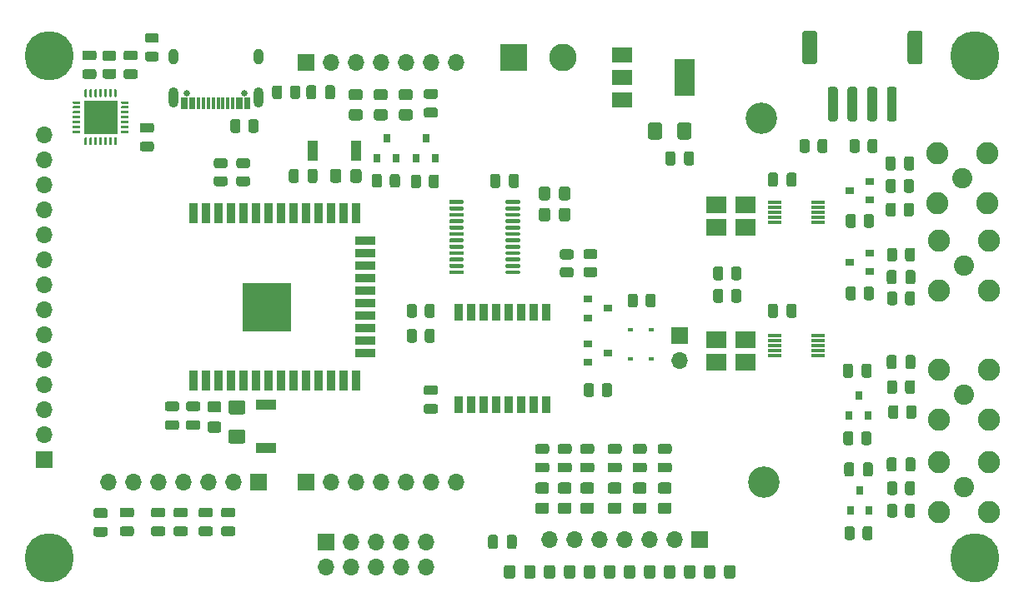
<source format=gts>
G04 #@! TF.GenerationSoftware,KiCad,Pcbnew,(5.1.10)-1*
G04 #@! TF.CreationDate,2021-11-14T00:12:06+01:00*
G04 #@! TF.ProjectId,ESP32Vfo,45535033-3256-4666-9f2e-6b696361645f,rev?*
G04 #@! TF.SameCoordinates,Original*
G04 #@! TF.FileFunction,Soldermask,Top*
G04 #@! TF.FilePolarity,Negative*
%FSLAX46Y46*%
G04 Gerber Fmt 4.6, Leading zero omitted, Abs format (unit mm)*
G04 Created by KiCad (PCBNEW (5.1.10)-1) date 2021-11-14 00:12:06*
%MOMM*%
%LPD*%
G01*
G04 APERTURE LIST*
%ADD10R,2.000000X1.050000*%
%ADD11R,0.800000X0.900000*%
%ADD12R,0.900000X2.000000*%
%ADD13R,2.000000X0.900000*%
%ADD14R,5.000000X5.000000*%
%ADD15R,0.300000X1.150000*%
%ADD16C,0.650000*%
%ADD17O,1.000000X1.600000*%
%ADD18O,1.000000X2.100000*%
%ADD19C,3.200000*%
%ADD20R,1.700000X1.700000*%
%ADD21O,1.700000X1.700000*%
%ADD22R,0.900000X0.800000*%
%ADD23R,0.600000X0.450000*%
%ADD24R,1.050000X2.000000*%
%ADD25R,2.100000X1.800000*%
%ADD26R,1.400000X0.300000*%
%ADD27C,2.250000*%
%ADD28C,2.050000*%
%ADD29R,3.350000X3.350000*%
%ADD30R,0.900000X1.700000*%
%ADD31R,2.000000X1.500000*%
%ADD32R,2.000000X3.800000*%
%ADD33C,2.800000*%
%ADD34R,2.800000X2.800000*%
%ADD35C,0.800000*%
%ADD36C,5.000000*%
G04 APERTURE END LIST*
D10*
X63500000Y-75438000D03*
X63500000Y-79888000D03*
G36*
G01*
X94520002Y-60690000D02*
X93619998Y-60690000D01*
G75*
G02*
X93370000Y-60440002I0J249998D01*
G01*
X93370000Y-59914998D01*
G75*
G02*
X93619998Y-59665000I249998J0D01*
G01*
X94520002Y-59665000D01*
G75*
G02*
X94770000Y-59914998I0J-249998D01*
G01*
X94770000Y-60440002D01*
G75*
G02*
X94520002Y-60690000I-249998J0D01*
G01*
G37*
G36*
G01*
X94520002Y-62515000D02*
X93619998Y-62515000D01*
G75*
G02*
X93370000Y-62265002I0J249998D01*
G01*
X93370000Y-61739998D01*
G75*
G02*
X93619998Y-61490000I249998J0D01*
G01*
X94520002Y-61490000D01*
G75*
G02*
X94770000Y-61739998I0J-249998D01*
G01*
X94770000Y-62265002D01*
G75*
G02*
X94520002Y-62515000I-249998J0D01*
G01*
G37*
G36*
G01*
X96920002Y-60660000D02*
X96019998Y-60660000D01*
G75*
G02*
X95770000Y-60410002I0J249998D01*
G01*
X95770000Y-59884998D01*
G75*
G02*
X96019998Y-59635000I249998J0D01*
G01*
X96920002Y-59635000D01*
G75*
G02*
X97170000Y-59884998I0J-249998D01*
G01*
X97170000Y-60410002D01*
G75*
G02*
X96920002Y-60660000I-249998J0D01*
G01*
G37*
G36*
G01*
X96920002Y-62485000D02*
X96019998Y-62485000D01*
G75*
G02*
X95770000Y-62235002I0J249998D01*
G01*
X95770000Y-61709998D01*
G75*
G02*
X96019998Y-61460000I249998J0D01*
G01*
X96920002Y-61460000D01*
G75*
G02*
X97170000Y-61709998I0J-249998D01*
G01*
X97170000Y-62235002D01*
G75*
G02*
X96920002Y-62485000I-249998J0D01*
G01*
G37*
G36*
G01*
X53512700Y-77031000D02*
X54462700Y-77031000D01*
G75*
G02*
X54712700Y-77281000I0J-250000D01*
G01*
X54712700Y-77781000D01*
G75*
G02*
X54462700Y-78031000I-250000J0D01*
G01*
X53512700Y-78031000D01*
G75*
G02*
X53262700Y-77781000I0J250000D01*
G01*
X53262700Y-77281000D01*
G75*
G02*
X53512700Y-77031000I250000J0D01*
G01*
G37*
G36*
G01*
X53512700Y-75131000D02*
X54462700Y-75131000D01*
G75*
G02*
X54712700Y-75381000I0J-250000D01*
G01*
X54712700Y-75881000D01*
G75*
G02*
X54462700Y-76131000I-250000J0D01*
G01*
X53512700Y-76131000D01*
G75*
G02*
X53262700Y-75881000I0J250000D01*
G01*
X53262700Y-75381000D01*
G75*
G02*
X53512700Y-75131000I250000J0D01*
G01*
G37*
G36*
G01*
X76104700Y-53142302D02*
X76104700Y-52242298D01*
G75*
G02*
X76354698Y-51992300I249998J0D01*
G01*
X76879702Y-51992300D01*
G75*
G02*
X77129700Y-52242298I0J-249998D01*
G01*
X77129700Y-53142302D01*
G75*
G02*
X76879702Y-53392300I-249998J0D01*
G01*
X76354698Y-53392300D01*
G75*
G02*
X76104700Y-53142302I0J249998D01*
G01*
G37*
G36*
G01*
X74279700Y-53142302D02*
X74279700Y-52242298D01*
G75*
G02*
X74529698Y-51992300I249998J0D01*
G01*
X75054702Y-51992300D01*
G75*
G02*
X75304700Y-52242298I0J-249998D01*
G01*
X75304700Y-53142302D01*
G75*
G02*
X75054702Y-53392300I-249998J0D01*
G01*
X74529698Y-53392300D01*
G75*
G02*
X74279700Y-53142302I0J249998D01*
G01*
G37*
G36*
G01*
X79267100Y-52305798D02*
X79267100Y-53205802D01*
G75*
G02*
X79017102Y-53455800I-249998J0D01*
G01*
X78492098Y-53455800D01*
G75*
G02*
X78242100Y-53205802I0J249998D01*
G01*
X78242100Y-52305798D01*
G75*
G02*
X78492098Y-52055800I249998J0D01*
G01*
X79017102Y-52055800D01*
G75*
G02*
X79267100Y-52305798I0J-249998D01*
G01*
G37*
G36*
G01*
X81092100Y-52305798D02*
X81092100Y-53205802D01*
G75*
G02*
X80842102Y-53455800I-249998J0D01*
G01*
X80317098Y-53455800D01*
G75*
G02*
X80067100Y-53205802I0J249998D01*
G01*
X80067100Y-52305798D01*
G75*
G02*
X80317098Y-52055800I249998J0D01*
G01*
X80842102Y-52055800D01*
G75*
G02*
X81092100Y-52305798I0J-249998D01*
G01*
G37*
D11*
X75780900Y-48403000D03*
X76730900Y-50403000D03*
X74830900Y-50403000D03*
X79756000Y-48390300D03*
X80706000Y-50390300D03*
X78806000Y-50390300D03*
D12*
X56134000Y-56016000D03*
X57404000Y-56016000D03*
X58674000Y-56016000D03*
X59944000Y-56016000D03*
X61214000Y-56016000D03*
X62484000Y-56016000D03*
X63754000Y-56016000D03*
X65024000Y-56016000D03*
X66294000Y-56016000D03*
X67564000Y-56016000D03*
X68834000Y-56016000D03*
X70104000Y-56016000D03*
X71374000Y-56016000D03*
X72644000Y-56016000D03*
D13*
X73644000Y-58801000D03*
X73644000Y-60071000D03*
X73644000Y-61341000D03*
X73644000Y-62611000D03*
X73644000Y-63881000D03*
X73644000Y-65151000D03*
X73644000Y-66421000D03*
X73644000Y-67691000D03*
X73644000Y-68961000D03*
X73644000Y-70231000D03*
D12*
X72644000Y-73016000D03*
X71374000Y-73016000D03*
X70104000Y-73016000D03*
X68834000Y-73016000D03*
X67564000Y-73016000D03*
X66294000Y-73016000D03*
X65024000Y-73016000D03*
X63754000Y-73016000D03*
X62484000Y-73016000D03*
X61214000Y-73016000D03*
X59944000Y-73016000D03*
X58674000Y-73016000D03*
X57404000Y-73016000D03*
X56134000Y-73016000D03*
D14*
X63634000Y-65516000D03*
D15*
X55070000Y-44818000D03*
X55870000Y-44818000D03*
X60670000Y-44818000D03*
X61470000Y-44818000D03*
X61770000Y-44818000D03*
X60970000Y-44818000D03*
X60170000Y-44818000D03*
X59670000Y-44818000D03*
X59170000Y-44818000D03*
X58670000Y-44818000D03*
X58170000Y-44818000D03*
X57670000Y-44818000D03*
X57170000Y-44818000D03*
X56670000Y-44818000D03*
X56170000Y-44818000D03*
X55370000Y-44818000D03*
D16*
X61310000Y-43753000D03*
X55530000Y-43753000D03*
D17*
X54100000Y-40073000D03*
X62740000Y-40073000D03*
D18*
X54100000Y-44253000D03*
X62740000Y-44253000D03*
D19*
X113792000Y-46355000D03*
X114092000Y-83355000D03*
D20*
X105537000Y-68453000D03*
D21*
X105537000Y-70993000D03*
G36*
G01*
X97630000Y-74418002D02*
X97630000Y-73517998D01*
G75*
G02*
X97879998Y-73268000I249998J0D01*
G01*
X98405002Y-73268000D01*
G75*
G02*
X98655000Y-73517998I0J-249998D01*
G01*
X98655000Y-74418002D01*
G75*
G02*
X98405002Y-74668000I-249998J0D01*
G01*
X97879998Y-74668000D01*
G75*
G02*
X97630000Y-74418002I0J249998D01*
G01*
G37*
G36*
G01*
X95805000Y-74418002D02*
X95805000Y-73517998D01*
G75*
G02*
X96054998Y-73268000I249998J0D01*
G01*
X96580002Y-73268000D01*
G75*
G02*
X96830000Y-73517998I0J-249998D01*
G01*
X96830000Y-74418002D01*
G75*
G02*
X96580002Y-74668000I-249998J0D01*
G01*
X96054998Y-74668000D01*
G75*
G02*
X95805000Y-74418002I0J249998D01*
G01*
G37*
G36*
G01*
X102080000Y-65318002D02*
X102080000Y-64417998D01*
G75*
G02*
X102329998Y-64168000I249998J0D01*
G01*
X102855002Y-64168000D01*
G75*
G02*
X103105000Y-64417998I0J-249998D01*
G01*
X103105000Y-65318002D01*
G75*
G02*
X102855002Y-65568000I-249998J0D01*
G01*
X102329998Y-65568000D01*
G75*
G02*
X102080000Y-65318002I0J249998D01*
G01*
G37*
G36*
G01*
X100255000Y-65318002D02*
X100255000Y-64417998D01*
G75*
G02*
X100504998Y-64168000I249998J0D01*
G01*
X101030002Y-64168000D01*
G75*
G02*
X101280000Y-64417998I0J-249998D01*
G01*
X101280000Y-65318002D01*
G75*
G02*
X101030002Y-65568000I-249998J0D01*
G01*
X100504998Y-65568000D01*
G75*
G02*
X100255000Y-65318002I0J249998D01*
G01*
G37*
D22*
X98250000Y-70218000D03*
X96250000Y-71168000D03*
X96250000Y-69268000D03*
X98250000Y-65668000D03*
X96250000Y-66618000D03*
X96250000Y-64718000D03*
D23*
X102650000Y-70768000D03*
X100550000Y-70768000D03*
X102650000Y-67818000D03*
X100550000Y-67818000D03*
D24*
X68260000Y-49657000D03*
X72710000Y-49657000D03*
G36*
G01*
X67760000Y-52672000D02*
X67760000Y-51722000D01*
G75*
G02*
X68010000Y-51472000I250000J0D01*
G01*
X68510000Y-51472000D01*
G75*
G02*
X68760000Y-51722000I0J-250000D01*
G01*
X68760000Y-52672000D01*
G75*
G02*
X68510000Y-52922000I-250000J0D01*
G01*
X68010000Y-52922000D01*
G75*
G02*
X67760000Y-52672000I0J250000D01*
G01*
G37*
G36*
G01*
X65860000Y-52672000D02*
X65860000Y-51722000D01*
G75*
G02*
X66110000Y-51472000I250000J0D01*
G01*
X66610000Y-51472000D01*
G75*
G02*
X66860000Y-51722000I0J-250000D01*
G01*
X66860000Y-52672000D01*
G75*
G02*
X66610000Y-52922000I-250000J0D01*
G01*
X66110000Y-52922000D01*
G75*
G02*
X65860000Y-52672000I0J250000D01*
G01*
G37*
D25*
X112194000Y-57411000D03*
X109294000Y-57411000D03*
X109294000Y-55111000D03*
X112194000Y-55111000D03*
X112194000Y-71127000D03*
X109294000Y-71127000D03*
X109294000Y-68827000D03*
X112194000Y-68827000D03*
D26*
X119548000Y-54880000D03*
X119548000Y-55380000D03*
X119548000Y-55880000D03*
X119548000Y-56380000D03*
X119548000Y-56880000D03*
X115148000Y-56880000D03*
X115148000Y-56380000D03*
X115148000Y-55880000D03*
X115148000Y-55380000D03*
X115148000Y-54880000D03*
X119548000Y-68469000D03*
X119548000Y-68969000D03*
X119548000Y-69469000D03*
X119548000Y-69969000D03*
X119548000Y-70469000D03*
X115148000Y-70469000D03*
X115148000Y-69969000D03*
X115148000Y-69469000D03*
X115148000Y-68969000D03*
X115148000Y-68469000D03*
G36*
G01*
X87850000Y-54945000D02*
X87850000Y-54745000D01*
G75*
G02*
X87950000Y-54645000I100000J0D01*
G01*
X89225000Y-54645000D01*
G75*
G02*
X89325000Y-54745000I0J-100000D01*
G01*
X89325000Y-54945000D01*
G75*
G02*
X89225000Y-55045000I-100000J0D01*
G01*
X87950000Y-55045000D01*
G75*
G02*
X87850000Y-54945000I0J100000D01*
G01*
G37*
G36*
G01*
X87850000Y-55595000D02*
X87850000Y-55395000D01*
G75*
G02*
X87950000Y-55295000I100000J0D01*
G01*
X89225000Y-55295000D01*
G75*
G02*
X89325000Y-55395000I0J-100000D01*
G01*
X89325000Y-55595000D01*
G75*
G02*
X89225000Y-55695000I-100000J0D01*
G01*
X87950000Y-55695000D01*
G75*
G02*
X87850000Y-55595000I0J100000D01*
G01*
G37*
G36*
G01*
X87850000Y-56245000D02*
X87850000Y-56045000D01*
G75*
G02*
X87950000Y-55945000I100000J0D01*
G01*
X89225000Y-55945000D01*
G75*
G02*
X89325000Y-56045000I0J-100000D01*
G01*
X89325000Y-56245000D01*
G75*
G02*
X89225000Y-56345000I-100000J0D01*
G01*
X87950000Y-56345000D01*
G75*
G02*
X87850000Y-56245000I0J100000D01*
G01*
G37*
G36*
G01*
X87850000Y-56895000D02*
X87850000Y-56695000D01*
G75*
G02*
X87950000Y-56595000I100000J0D01*
G01*
X89225000Y-56595000D01*
G75*
G02*
X89325000Y-56695000I0J-100000D01*
G01*
X89325000Y-56895000D01*
G75*
G02*
X89225000Y-56995000I-100000J0D01*
G01*
X87950000Y-56995000D01*
G75*
G02*
X87850000Y-56895000I0J100000D01*
G01*
G37*
G36*
G01*
X87850000Y-57545000D02*
X87850000Y-57345000D01*
G75*
G02*
X87950000Y-57245000I100000J0D01*
G01*
X89225000Y-57245000D01*
G75*
G02*
X89325000Y-57345000I0J-100000D01*
G01*
X89325000Y-57545000D01*
G75*
G02*
X89225000Y-57645000I-100000J0D01*
G01*
X87950000Y-57645000D01*
G75*
G02*
X87850000Y-57545000I0J100000D01*
G01*
G37*
G36*
G01*
X87850000Y-58195000D02*
X87850000Y-57995000D01*
G75*
G02*
X87950000Y-57895000I100000J0D01*
G01*
X89225000Y-57895000D01*
G75*
G02*
X89325000Y-57995000I0J-100000D01*
G01*
X89325000Y-58195000D01*
G75*
G02*
X89225000Y-58295000I-100000J0D01*
G01*
X87950000Y-58295000D01*
G75*
G02*
X87850000Y-58195000I0J100000D01*
G01*
G37*
G36*
G01*
X87850000Y-58845000D02*
X87850000Y-58645000D01*
G75*
G02*
X87950000Y-58545000I100000J0D01*
G01*
X89225000Y-58545000D01*
G75*
G02*
X89325000Y-58645000I0J-100000D01*
G01*
X89325000Y-58845000D01*
G75*
G02*
X89225000Y-58945000I-100000J0D01*
G01*
X87950000Y-58945000D01*
G75*
G02*
X87850000Y-58845000I0J100000D01*
G01*
G37*
G36*
G01*
X87850000Y-59495000D02*
X87850000Y-59295000D01*
G75*
G02*
X87950000Y-59195000I100000J0D01*
G01*
X89225000Y-59195000D01*
G75*
G02*
X89325000Y-59295000I0J-100000D01*
G01*
X89325000Y-59495000D01*
G75*
G02*
X89225000Y-59595000I-100000J0D01*
G01*
X87950000Y-59595000D01*
G75*
G02*
X87850000Y-59495000I0J100000D01*
G01*
G37*
G36*
G01*
X87850000Y-60145000D02*
X87850000Y-59945000D01*
G75*
G02*
X87950000Y-59845000I100000J0D01*
G01*
X89225000Y-59845000D01*
G75*
G02*
X89325000Y-59945000I0J-100000D01*
G01*
X89325000Y-60145000D01*
G75*
G02*
X89225000Y-60245000I-100000J0D01*
G01*
X87950000Y-60245000D01*
G75*
G02*
X87850000Y-60145000I0J100000D01*
G01*
G37*
G36*
G01*
X87850000Y-60795000D02*
X87850000Y-60595000D01*
G75*
G02*
X87950000Y-60495000I100000J0D01*
G01*
X89225000Y-60495000D01*
G75*
G02*
X89325000Y-60595000I0J-100000D01*
G01*
X89325000Y-60795000D01*
G75*
G02*
X89225000Y-60895000I-100000J0D01*
G01*
X87950000Y-60895000D01*
G75*
G02*
X87850000Y-60795000I0J100000D01*
G01*
G37*
G36*
G01*
X87850000Y-61445000D02*
X87850000Y-61245000D01*
G75*
G02*
X87950000Y-61145000I100000J0D01*
G01*
X89225000Y-61145000D01*
G75*
G02*
X89325000Y-61245000I0J-100000D01*
G01*
X89325000Y-61445000D01*
G75*
G02*
X89225000Y-61545000I-100000J0D01*
G01*
X87950000Y-61545000D01*
G75*
G02*
X87850000Y-61445000I0J100000D01*
G01*
G37*
G36*
G01*
X87850000Y-62095000D02*
X87850000Y-61895000D01*
G75*
G02*
X87950000Y-61795000I100000J0D01*
G01*
X89225000Y-61795000D01*
G75*
G02*
X89325000Y-61895000I0J-100000D01*
G01*
X89325000Y-62095000D01*
G75*
G02*
X89225000Y-62195000I-100000J0D01*
G01*
X87950000Y-62195000D01*
G75*
G02*
X87850000Y-62095000I0J100000D01*
G01*
G37*
G36*
G01*
X82125000Y-62095000D02*
X82125000Y-61895000D01*
G75*
G02*
X82225000Y-61795000I100000J0D01*
G01*
X83500000Y-61795000D01*
G75*
G02*
X83600000Y-61895000I0J-100000D01*
G01*
X83600000Y-62095000D01*
G75*
G02*
X83500000Y-62195000I-100000J0D01*
G01*
X82225000Y-62195000D01*
G75*
G02*
X82125000Y-62095000I0J100000D01*
G01*
G37*
G36*
G01*
X82125000Y-61445000D02*
X82125000Y-61245000D01*
G75*
G02*
X82225000Y-61145000I100000J0D01*
G01*
X83500000Y-61145000D01*
G75*
G02*
X83600000Y-61245000I0J-100000D01*
G01*
X83600000Y-61445000D01*
G75*
G02*
X83500000Y-61545000I-100000J0D01*
G01*
X82225000Y-61545000D01*
G75*
G02*
X82125000Y-61445000I0J100000D01*
G01*
G37*
G36*
G01*
X82125000Y-60795000D02*
X82125000Y-60595000D01*
G75*
G02*
X82225000Y-60495000I100000J0D01*
G01*
X83500000Y-60495000D01*
G75*
G02*
X83600000Y-60595000I0J-100000D01*
G01*
X83600000Y-60795000D01*
G75*
G02*
X83500000Y-60895000I-100000J0D01*
G01*
X82225000Y-60895000D01*
G75*
G02*
X82125000Y-60795000I0J100000D01*
G01*
G37*
G36*
G01*
X82125000Y-60145000D02*
X82125000Y-59945000D01*
G75*
G02*
X82225000Y-59845000I100000J0D01*
G01*
X83500000Y-59845000D01*
G75*
G02*
X83600000Y-59945000I0J-100000D01*
G01*
X83600000Y-60145000D01*
G75*
G02*
X83500000Y-60245000I-100000J0D01*
G01*
X82225000Y-60245000D01*
G75*
G02*
X82125000Y-60145000I0J100000D01*
G01*
G37*
G36*
G01*
X82125000Y-59495000D02*
X82125000Y-59295000D01*
G75*
G02*
X82225000Y-59195000I100000J0D01*
G01*
X83500000Y-59195000D01*
G75*
G02*
X83600000Y-59295000I0J-100000D01*
G01*
X83600000Y-59495000D01*
G75*
G02*
X83500000Y-59595000I-100000J0D01*
G01*
X82225000Y-59595000D01*
G75*
G02*
X82125000Y-59495000I0J100000D01*
G01*
G37*
G36*
G01*
X82125000Y-58845000D02*
X82125000Y-58645000D01*
G75*
G02*
X82225000Y-58545000I100000J0D01*
G01*
X83500000Y-58545000D01*
G75*
G02*
X83600000Y-58645000I0J-100000D01*
G01*
X83600000Y-58845000D01*
G75*
G02*
X83500000Y-58945000I-100000J0D01*
G01*
X82225000Y-58945000D01*
G75*
G02*
X82125000Y-58845000I0J100000D01*
G01*
G37*
G36*
G01*
X82125000Y-58195000D02*
X82125000Y-57995000D01*
G75*
G02*
X82225000Y-57895000I100000J0D01*
G01*
X83500000Y-57895000D01*
G75*
G02*
X83600000Y-57995000I0J-100000D01*
G01*
X83600000Y-58195000D01*
G75*
G02*
X83500000Y-58295000I-100000J0D01*
G01*
X82225000Y-58295000D01*
G75*
G02*
X82125000Y-58195000I0J100000D01*
G01*
G37*
G36*
G01*
X82125000Y-57545000D02*
X82125000Y-57345000D01*
G75*
G02*
X82225000Y-57245000I100000J0D01*
G01*
X83500000Y-57245000D01*
G75*
G02*
X83600000Y-57345000I0J-100000D01*
G01*
X83600000Y-57545000D01*
G75*
G02*
X83500000Y-57645000I-100000J0D01*
G01*
X82225000Y-57645000D01*
G75*
G02*
X82125000Y-57545000I0J100000D01*
G01*
G37*
G36*
G01*
X82125000Y-56895000D02*
X82125000Y-56695000D01*
G75*
G02*
X82225000Y-56595000I100000J0D01*
G01*
X83500000Y-56595000D01*
G75*
G02*
X83600000Y-56695000I0J-100000D01*
G01*
X83600000Y-56895000D01*
G75*
G02*
X83500000Y-56995000I-100000J0D01*
G01*
X82225000Y-56995000D01*
G75*
G02*
X82125000Y-56895000I0J100000D01*
G01*
G37*
G36*
G01*
X82125000Y-56245000D02*
X82125000Y-56045000D01*
G75*
G02*
X82225000Y-55945000I100000J0D01*
G01*
X83500000Y-55945000D01*
G75*
G02*
X83600000Y-56045000I0J-100000D01*
G01*
X83600000Y-56245000D01*
G75*
G02*
X83500000Y-56345000I-100000J0D01*
G01*
X82225000Y-56345000D01*
G75*
G02*
X82125000Y-56245000I0J100000D01*
G01*
G37*
G36*
G01*
X82125000Y-55595000D02*
X82125000Y-55395000D01*
G75*
G02*
X82225000Y-55295000I100000J0D01*
G01*
X83500000Y-55295000D01*
G75*
G02*
X83600000Y-55395000I0J-100000D01*
G01*
X83600000Y-55595000D01*
G75*
G02*
X83500000Y-55695000I-100000J0D01*
G01*
X82225000Y-55695000D01*
G75*
G02*
X82125000Y-55595000I0J100000D01*
G01*
G37*
G36*
G01*
X82125000Y-54945000D02*
X82125000Y-54745000D01*
G75*
G02*
X82225000Y-54645000I100000J0D01*
G01*
X83500000Y-54645000D01*
G75*
G02*
X83600000Y-54745000I0J-100000D01*
G01*
X83600000Y-54945000D01*
G75*
G02*
X83500000Y-55045000I-100000J0D01*
G01*
X82225000Y-55045000D01*
G75*
G02*
X82125000Y-54945000I0J100000D01*
G01*
G37*
G36*
G01*
X128416000Y-65093002D02*
X128416000Y-64192998D01*
G75*
G02*
X128665998Y-63943000I249998J0D01*
G01*
X129191002Y-63943000D01*
G75*
G02*
X129441000Y-64192998I0J-249998D01*
G01*
X129441000Y-65093002D01*
G75*
G02*
X129191002Y-65343000I-249998J0D01*
G01*
X128665998Y-65343000D01*
G75*
G02*
X128416000Y-65093002I0J249998D01*
G01*
G37*
G36*
G01*
X126591000Y-65093002D02*
X126591000Y-64192998D01*
G75*
G02*
X126840998Y-63943000I249998J0D01*
G01*
X127366002Y-63943000D01*
G75*
G02*
X127616000Y-64192998I0J-249998D01*
G01*
X127616000Y-65093002D01*
G75*
G02*
X127366002Y-65343000I-249998J0D01*
G01*
X126840998Y-65343000D01*
G75*
G02*
X126591000Y-65093002I0J249998D01*
G01*
G37*
G36*
G01*
X128416000Y-74110002D02*
X128416000Y-73209998D01*
G75*
G02*
X128665998Y-72960000I249998J0D01*
G01*
X129191002Y-72960000D01*
G75*
G02*
X129441000Y-73209998I0J-249998D01*
G01*
X129441000Y-74110002D01*
G75*
G02*
X129191002Y-74360000I-249998J0D01*
G01*
X128665998Y-74360000D01*
G75*
G02*
X128416000Y-74110002I0J249998D01*
G01*
G37*
G36*
G01*
X126591000Y-74110002D02*
X126591000Y-73209998D01*
G75*
G02*
X126840998Y-72960000I249998J0D01*
G01*
X127366002Y-72960000D01*
G75*
G02*
X127616000Y-73209998I0J-249998D01*
G01*
X127616000Y-74110002D01*
G75*
G02*
X127366002Y-74360000I-249998J0D01*
G01*
X126840998Y-74360000D01*
G75*
G02*
X126591000Y-74110002I0J249998D01*
G01*
G37*
G36*
G01*
X127616000Y-59747998D02*
X127616000Y-60648002D01*
G75*
G02*
X127366002Y-60898000I-249998J0D01*
G01*
X126840998Y-60898000D01*
G75*
G02*
X126591000Y-60648002I0J249998D01*
G01*
X126591000Y-59747998D01*
G75*
G02*
X126840998Y-59498000I249998J0D01*
G01*
X127366002Y-59498000D01*
G75*
G02*
X127616000Y-59747998I0J-249998D01*
G01*
G37*
G36*
G01*
X129441000Y-59747998D02*
X129441000Y-60648002D01*
G75*
G02*
X129191002Y-60898000I-249998J0D01*
G01*
X128665998Y-60898000D01*
G75*
G02*
X128416000Y-60648002I0J249998D01*
G01*
X128416000Y-59747998D01*
G75*
G02*
X128665998Y-59498000I249998J0D01*
G01*
X129191002Y-59498000D01*
G75*
G02*
X129441000Y-59747998I0J-249998D01*
G01*
G37*
G36*
G01*
X127743000Y-75749998D02*
X127743000Y-76650002D01*
G75*
G02*
X127493002Y-76900000I-249998J0D01*
G01*
X126967998Y-76900000D01*
G75*
G02*
X126718000Y-76650002I0J249998D01*
G01*
X126718000Y-75749998D01*
G75*
G02*
X126967998Y-75500000I249998J0D01*
G01*
X127493002Y-75500000D01*
G75*
G02*
X127743000Y-75749998I0J-249998D01*
G01*
G37*
G36*
G01*
X129568000Y-75749998D02*
X129568000Y-76650002D01*
G75*
G02*
X129318002Y-76900000I-249998J0D01*
G01*
X128792998Y-76900000D01*
G75*
G02*
X128543000Y-76650002I0J249998D01*
G01*
X128543000Y-75749998D01*
G75*
G02*
X128792998Y-75500000I249998J0D01*
G01*
X129318002Y-75500000D01*
G75*
G02*
X129568000Y-75749998I0J-249998D01*
G01*
G37*
G36*
G01*
X123425000Y-63684998D02*
X123425000Y-64585002D01*
G75*
G02*
X123175002Y-64835000I-249998J0D01*
G01*
X122649998Y-64835000D01*
G75*
G02*
X122400000Y-64585002I0J249998D01*
G01*
X122400000Y-63684998D01*
G75*
G02*
X122649998Y-63435000I249998J0D01*
G01*
X123175002Y-63435000D01*
G75*
G02*
X123425000Y-63684998I0J-249998D01*
G01*
G37*
G36*
G01*
X125250000Y-63684998D02*
X125250000Y-64585002D01*
G75*
G02*
X125000002Y-64835000I-249998J0D01*
G01*
X124474998Y-64835000D01*
G75*
G02*
X124225000Y-64585002I0J249998D01*
G01*
X124225000Y-63684998D01*
G75*
G02*
X124474998Y-63435000I249998J0D01*
G01*
X125000002Y-63435000D01*
G75*
G02*
X125250000Y-63684998I0J-249998D01*
G01*
G37*
G36*
G01*
X123171000Y-78416998D02*
X123171000Y-79317002D01*
G75*
G02*
X122921002Y-79567000I-249998J0D01*
G01*
X122395998Y-79567000D01*
G75*
G02*
X122146000Y-79317002I0J249998D01*
G01*
X122146000Y-78416998D01*
G75*
G02*
X122395998Y-78167000I249998J0D01*
G01*
X122921002Y-78167000D01*
G75*
G02*
X123171000Y-78416998I0J-249998D01*
G01*
G37*
G36*
G01*
X124996000Y-78416998D02*
X124996000Y-79317002D01*
G75*
G02*
X124746002Y-79567000I-249998J0D01*
G01*
X124220998Y-79567000D01*
G75*
G02*
X123971000Y-79317002I0J249998D01*
G01*
X123971000Y-78416998D01*
G75*
G02*
X124220998Y-78167000I249998J0D01*
G01*
X124746002Y-78167000D01*
G75*
G02*
X124996000Y-78416998I0J-249998D01*
G01*
G37*
G36*
G01*
X123425000Y-56318998D02*
X123425000Y-57219002D01*
G75*
G02*
X123175002Y-57469000I-249998J0D01*
G01*
X122649998Y-57469000D01*
G75*
G02*
X122400000Y-57219002I0J249998D01*
G01*
X122400000Y-56318998D01*
G75*
G02*
X122649998Y-56069000I249998J0D01*
G01*
X123175002Y-56069000D01*
G75*
G02*
X123425000Y-56318998I0J-249998D01*
G01*
G37*
G36*
G01*
X125250000Y-56318998D02*
X125250000Y-57219002D01*
G75*
G02*
X125000002Y-57469000I-249998J0D01*
G01*
X124474998Y-57469000D01*
G75*
G02*
X124225000Y-57219002I0J249998D01*
G01*
X124225000Y-56318998D01*
G75*
G02*
X124474998Y-56069000I249998J0D01*
G01*
X125000002Y-56069000D01*
G75*
G02*
X125250000Y-56318998I0J-249998D01*
G01*
G37*
G36*
G01*
X123298000Y-88068998D02*
X123298000Y-88969002D01*
G75*
G02*
X123048002Y-89219000I-249998J0D01*
G01*
X122522998Y-89219000D01*
G75*
G02*
X122273000Y-88969002I0J249998D01*
G01*
X122273000Y-88068998D01*
G75*
G02*
X122522998Y-87819000I249998J0D01*
G01*
X123048002Y-87819000D01*
G75*
G02*
X123298000Y-88068998I0J-249998D01*
G01*
G37*
G36*
G01*
X125123000Y-88068998D02*
X125123000Y-88969002D01*
G75*
G02*
X124873002Y-89219000I-249998J0D01*
G01*
X124347998Y-89219000D01*
G75*
G02*
X124098000Y-88969002I0J249998D01*
G01*
X124098000Y-88068998D01*
G75*
G02*
X124347998Y-87819000I249998J0D01*
G01*
X124873002Y-87819000D01*
G75*
G02*
X125123000Y-88068998I0J-249998D01*
G01*
G37*
G36*
G01*
X128289000Y-53663002D02*
X128289000Y-52762998D01*
G75*
G02*
X128538998Y-52513000I249998J0D01*
G01*
X129064002Y-52513000D01*
G75*
G02*
X129314000Y-52762998I0J-249998D01*
G01*
X129314000Y-53663002D01*
G75*
G02*
X129064002Y-53913000I-249998J0D01*
G01*
X128538998Y-53913000D01*
G75*
G02*
X128289000Y-53663002I0J249998D01*
G01*
G37*
G36*
G01*
X126464000Y-53663002D02*
X126464000Y-52762998D01*
G75*
G02*
X126713998Y-52513000I249998J0D01*
G01*
X127239002Y-52513000D01*
G75*
G02*
X127489000Y-52762998I0J-249998D01*
G01*
X127489000Y-53663002D01*
G75*
G02*
X127239002Y-53913000I-249998J0D01*
G01*
X126713998Y-53913000D01*
G75*
G02*
X126464000Y-53663002I0J249998D01*
G01*
G37*
G36*
G01*
X128416000Y-84397002D02*
X128416000Y-83496998D01*
G75*
G02*
X128665998Y-83247000I249998J0D01*
G01*
X129191002Y-83247000D01*
G75*
G02*
X129441000Y-83496998I0J-249998D01*
G01*
X129441000Y-84397002D01*
G75*
G02*
X129191002Y-84647000I-249998J0D01*
G01*
X128665998Y-84647000D01*
G75*
G02*
X128416000Y-84397002I0J249998D01*
G01*
G37*
G36*
G01*
X126591000Y-84397002D02*
X126591000Y-83496998D01*
G75*
G02*
X126840998Y-83247000I249998J0D01*
G01*
X127366002Y-83247000D01*
G75*
G02*
X127616000Y-83496998I0J-249998D01*
G01*
X127616000Y-84397002D01*
G75*
G02*
X127366002Y-84647000I-249998J0D01*
G01*
X126840998Y-84647000D01*
G75*
G02*
X126591000Y-84397002I0J249998D01*
G01*
G37*
G36*
G01*
X127489000Y-55175998D02*
X127489000Y-56076002D01*
G75*
G02*
X127239002Y-56326000I-249998J0D01*
G01*
X126713998Y-56326000D01*
G75*
G02*
X126464000Y-56076002I0J249998D01*
G01*
X126464000Y-55175998D01*
G75*
G02*
X126713998Y-54926000I249998J0D01*
G01*
X127239002Y-54926000D01*
G75*
G02*
X127489000Y-55175998I0J-249998D01*
G01*
G37*
G36*
G01*
X129314000Y-55175998D02*
X129314000Y-56076002D01*
G75*
G02*
X129064002Y-56326000I-249998J0D01*
G01*
X128538998Y-56326000D01*
G75*
G02*
X128289000Y-56076002I0J249998D01*
G01*
X128289000Y-55175998D01*
G75*
G02*
X128538998Y-54926000I249998J0D01*
G01*
X129064002Y-54926000D01*
G75*
G02*
X129314000Y-55175998I0J-249998D01*
G01*
G37*
G36*
G01*
X128416000Y-86683002D02*
X128416000Y-85782998D01*
G75*
G02*
X128665998Y-85533000I249998J0D01*
G01*
X129191002Y-85533000D01*
G75*
G02*
X129441000Y-85782998I0J-249998D01*
G01*
X129441000Y-86683002D01*
G75*
G02*
X129191002Y-86933000I-249998J0D01*
G01*
X128665998Y-86933000D01*
G75*
G02*
X128416000Y-86683002I0J249998D01*
G01*
G37*
G36*
G01*
X126591000Y-86683002D02*
X126591000Y-85782998D01*
G75*
G02*
X126840998Y-85533000I249998J0D01*
G01*
X127366002Y-85533000D01*
G75*
G02*
X127616000Y-85782998I0J-249998D01*
G01*
X127616000Y-86683002D01*
G75*
G02*
X127366002Y-86933000I-249998J0D01*
G01*
X126840998Y-86933000D01*
G75*
G02*
X126591000Y-86683002I0J249998D01*
G01*
G37*
G36*
G01*
X124606000Y-49599002D02*
X124606000Y-48698998D01*
G75*
G02*
X124855998Y-48449000I249998J0D01*
G01*
X125381002Y-48449000D01*
G75*
G02*
X125631000Y-48698998I0J-249998D01*
G01*
X125631000Y-49599002D01*
G75*
G02*
X125381002Y-49849000I-249998J0D01*
G01*
X124855998Y-49849000D01*
G75*
G02*
X124606000Y-49599002I0J249998D01*
G01*
G37*
G36*
G01*
X122781000Y-49599002D02*
X122781000Y-48698998D01*
G75*
G02*
X123030998Y-48449000I249998J0D01*
G01*
X123556002Y-48449000D01*
G75*
G02*
X123806000Y-48698998I0J-249998D01*
G01*
X123806000Y-49599002D01*
G75*
G02*
X123556002Y-49849000I-249998J0D01*
G01*
X123030998Y-49849000D01*
G75*
G02*
X122781000Y-49599002I0J249998D01*
G01*
G37*
G36*
G01*
X119526000Y-49599002D02*
X119526000Y-48698998D01*
G75*
G02*
X119775998Y-48449000I249998J0D01*
G01*
X120301002Y-48449000D01*
G75*
G02*
X120551000Y-48698998I0J-249998D01*
G01*
X120551000Y-49599002D01*
G75*
G02*
X120301002Y-49849000I-249998J0D01*
G01*
X119775998Y-49849000D01*
G75*
G02*
X119526000Y-49599002I0J249998D01*
G01*
G37*
G36*
G01*
X117701000Y-49599002D02*
X117701000Y-48698998D01*
G75*
G02*
X117950998Y-48449000I249998J0D01*
G01*
X118476002Y-48449000D01*
G75*
G02*
X118726000Y-48698998I0J-249998D01*
G01*
X118726000Y-49599002D01*
G75*
G02*
X118476002Y-49849000I-249998J0D01*
G01*
X117950998Y-49849000D01*
G75*
G02*
X117701000Y-49599002I0J249998D01*
G01*
G37*
G36*
G01*
X79648000Y-68903002D02*
X79648000Y-68002998D01*
G75*
G02*
X79897998Y-67753000I249998J0D01*
G01*
X80423002Y-67753000D01*
G75*
G02*
X80673000Y-68002998I0J-249998D01*
G01*
X80673000Y-68903002D01*
G75*
G02*
X80423002Y-69153000I-249998J0D01*
G01*
X79897998Y-69153000D01*
G75*
G02*
X79648000Y-68903002I0J249998D01*
G01*
G37*
G36*
G01*
X77823000Y-68903002D02*
X77823000Y-68002998D01*
G75*
G02*
X78072998Y-67753000I249998J0D01*
G01*
X78598002Y-67753000D01*
G75*
G02*
X78848000Y-68002998I0J-249998D01*
G01*
X78848000Y-68903002D01*
G75*
G02*
X78598002Y-69153000I-249998J0D01*
G01*
X78072998Y-69153000D01*
G75*
G02*
X77823000Y-68903002I0J249998D01*
G01*
G37*
G36*
G01*
X47174998Y-41294000D02*
X48075002Y-41294000D01*
G75*
G02*
X48325000Y-41543998I0J-249998D01*
G01*
X48325000Y-42069002D01*
G75*
G02*
X48075002Y-42319000I-249998J0D01*
G01*
X47174998Y-42319000D01*
G75*
G02*
X46925000Y-42069002I0J249998D01*
G01*
X46925000Y-41543998D01*
G75*
G02*
X47174998Y-41294000I249998J0D01*
G01*
G37*
G36*
G01*
X47174998Y-39469000D02*
X48075002Y-39469000D01*
G75*
G02*
X48325000Y-39718998I0J-249998D01*
G01*
X48325000Y-40244002D01*
G75*
G02*
X48075002Y-40494000I-249998J0D01*
G01*
X47174998Y-40494000D01*
G75*
G02*
X46925000Y-40244002I0J249998D01*
G01*
X46925000Y-39718998D01*
G75*
G02*
X47174998Y-39469000I249998J0D01*
G01*
G37*
G36*
G01*
X79648000Y-66363002D02*
X79648000Y-65462998D01*
G75*
G02*
X79897998Y-65213000I249998J0D01*
G01*
X80423002Y-65213000D01*
G75*
G02*
X80673000Y-65462998I0J-249998D01*
G01*
X80673000Y-66363002D01*
G75*
G02*
X80423002Y-66613000I-249998J0D01*
G01*
X79897998Y-66613000D01*
G75*
G02*
X79648000Y-66363002I0J249998D01*
G01*
G37*
G36*
G01*
X77823000Y-66363002D02*
X77823000Y-65462998D01*
G75*
G02*
X78072998Y-65213000I249998J0D01*
G01*
X78598002Y-65213000D01*
G75*
G02*
X78848000Y-65462998I0J-249998D01*
G01*
X78848000Y-66363002D01*
G75*
G02*
X78598002Y-66613000I-249998J0D01*
G01*
X78072998Y-66613000D01*
G75*
G02*
X77823000Y-66363002I0J249998D01*
G01*
G37*
G36*
G01*
X109963000Y-63938998D02*
X109963000Y-64839002D01*
G75*
G02*
X109713002Y-65089000I-249998J0D01*
G01*
X109187998Y-65089000D01*
G75*
G02*
X108938000Y-64839002I0J249998D01*
G01*
X108938000Y-63938998D01*
G75*
G02*
X109187998Y-63689000I249998J0D01*
G01*
X109713002Y-63689000D01*
G75*
G02*
X109963000Y-63938998I0J-249998D01*
G01*
G37*
G36*
G01*
X111788000Y-63938998D02*
X111788000Y-64839002D01*
G75*
G02*
X111538002Y-65089000I-249998J0D01*
G01*
X111012998Y-65089000D01*
G75*
G02*
X110763000Y-64839002I0J249998D01*
G01*
X110763000Y-63938998D01*
G75*
G02*
X111012998Y-63689000I249998J0D01*
G01*
X111538002Y-63689000D01*
G75*
G02*
X111788000Y-63938998I0J-249998D01*
G01*
G37*
G36*
G01*
X109963000Y-61652998D02*
X109963000Y-62553002D01*
G75*
G02*
X109713002Y-62803000I-249998J0D01*
G01*
X109187998Y-62803000D01*
G75*
G02*
X108938000Y-62553002I0J249998D01*
G01*
X108938000Y-61652998D01*
G75*
G02*
X109187998Y-61403000I249998J0D01*
G01*
X109713002Y-61403000D01*
G75*
G02*
X109963000Y-61652998I0J-249998D01*
G01*
G37*
G36*
G01*
X111788000Y-61652998D02*
X111788000Y-62553002D01*
G75*
G02*
X111538002Y-62803000I-249998J0D01*
G01*
X111012998Y-62803000D01*
G75*
G02*
X110763000Y-62553002I0J249998D01*
G01*
X110763000Y-61652998D01*
G75*
G02*
X111012998Y-61403000I249998J0D01*
G01*
X111538002Y-61403000D01*
G75*
G02*
X111788000Y-61652998I0J-249998D01*
G01*
G37*
D22*
X122825000Y-60960000D03*
X124825000Y-60010000D03*
X124825000Y-61910000D03*
D11*
X123698000Y-74565000D03*
X124648000Y-76565000D03*
X122748000Y-76565000D03*
D22*
X122825000Y-53721000D03*
X124825000Y-52771000D03*
X124825000Y-54671000D03*
D11*
X123825000Y-84217000D03*
X124775000Y-86217000D03*
X122875000Y-86217000D03*
D27*
X131826000Y-63881000D03*
X131826000Y-58801000D03*
X136906000Y-58801000D03*
X136906000Y-63881000D03*
D28*
X134366000Y-61341000D03*
D27*
X131826000Y-76962000D03*
X131826000Y-71882000D03*
X136906000Y-71882000D03*
X136906000Y-76962000D03*
D28*
X134366000Y-74422000D03*
D27*
X131699000Y-54991000D03*
X131699000Y-49911000D03*
X136779000Y-49911000D03*
X136779000Y-54991000D03*
D28*
X134239000Y-52451000D03*
D27*
X131826000Y-86360000D03*
X131826000Y-81280000D03*
X136906000Y-81280000D03*
X136906000Y-86360000D03*
D28*
X134366000Y-83820000D03*
D21*
X41021000Y-48006000D03*
X41021000Y-50546000D03*
X41021000Y-53086000D03*
X41021000Y-55626000D03*
X41021000Y-58166000D03*
X41021000Y-60706000D03*
X41021000Y-63246000D03*
X41021000Y-65786000D03*
X41021000Y-68326000D03*
X41021000Y-70866000D03*
X41021000Y-73406000D03*
X41021000Y-75946000D03*
X41021000Y-78486000D03*
D20*
X41021000Y-81026000D03*
G36*
G01*
X128466000Y-62959000D02*
X128466000Y-62009000D01*
G75*
G02*
X128716000Y-61759000I250000J0D01*
G01*
X129216000Y-61759000D01*
G75*
G02*
X129466000Y-62009000I0J-250000D01*
G01*
X129466000Y-62959000D01*
G75*
G02*
X129216000Y-63209000I-250000J0D01*
G01*
X128716000Y-63209000D01*
G75*
G02*
X128466000Y-62959000I0J250000D01*
G01*
G37*
G36*
G01*
X126566000Y-62959000D02*
X126566000Y-62009000D01*
G75*
G02*
X126816000Y-61759000I250000J0D01*
G01*
X127316000Y-61759000D01*
G75*
G02*
X127566000Y-62009000I0J-250000D01*
G01*
X127566000Y-62959000D01*
G75*
G02*
X127316000Y-63209000I-250000J0D01*
G01*
X126816000Y-63209000D01*
G75*
G02*
X126566000Y-62959000I0J250000D01*
G01*
G37*
G36*
G01*
X128466000Y-71595000D02*
X128466000Y-70645000D01*
G75*
G02*
X128716000Y-70395000I250000J0D01*
G01*
X129216000Y-70395000D01*
G75*
G02*
X129466000Y-70645000I0J-250000D01*
G01*
X129466000Y-71595000D01*
G75*
G02*
X129216000Y-71845000I-250000J0D01*
G01*
X128716000Y-71845000D01*
G75*
G02*
X128466000Y-71595000I0J250000D01*
G01*
G37*
G36*
G01*
X126566000Y-71595000D02*
X126566000Y-70645000D01*
G75*
G02*
X126816000Y-70395000I250000J0D01*
G01*
X127316000Y-70395000D01*
G75*
G02*
X127566000Y-70645000I0J-250000D01*
G01*
X127566000Y-71595000D01*
G75*
G02*
X127316000Y-71845000I-250000J0D01*
G01*
X126816000Y-71845000D01*
G75*
G02*
X126566000Y-71595000I0J250000D01*
G01*
G37*
G36*
G01*
X128339000Y-51402000D02*
X128339000Y-50452000D01*
G75*
G02*
X128589000Y-50202000I250000J0D01*
G01*
X129089000Y-50202000D01*
G75*
G02*
X129339000Y-50452000I0J-250000D01*
G01*
X129339000Y-51402000D01*
G75*
G02*
X129089000Y-51652000I-250000J0D01*
G01*
X128589000Y-51652000D01*
G75*
G02*
X128339000Y-51402000I0J250000D01*
G01*
G37*
G36*
G01*
X126439000Y-51402000D02*
X126439000Y-50452000D01*
G75*
G02*
X126689000Y-50202000I250000J0D01*
G01*
X127189000Y-50202000D01*
G75*
G02*
X127439000Y-50452000I0J-250000D01*
G01*
X127439000Y-51402000D01*
G75*
G02*
X127189000Y-51652000I-250000J0D01*
G01*
X126689000Y-51652000D01*
G75*
G02*
X126439000Y-51402000I0J250000D01*
G01*
G37*
G36*
G01*
X128466000Y-82009000D02*
X128466000Y-81059000D01*
G75*
G02*
X128716000Y-80809000I250000J0D01*
G01*
X129216000Y-80809000D01*
G75*
G02*
X129466000Y-81059000I0J-250000D01*
G01*
X129466000Y-82009000D01*
G75*
G02*
X129216000Y-82259000I-250000J0D01*
G01*
X128716000Y-82259000D01*
G75*
G02*
X128466000Y-82009000I0J250000D01*
G01*
G37*
G36*
G01*
X126566000Y-82009000D02*
X126566000Y-81059000D01*
G75*
G02*
X126816000Y-80809000I250000J0D01*
G01*
X127316000Y-80809000D01*
G75*
G02*
X127566000Y-81059000I0J-250000D01*
G01*
X127566000Y-82009000D01*
G75*
G02*
X127316000Y-82259000I-250000J0D01*
G01*
X126816000Y-82259000D01*
G75*
G02*
X126566000Y-82009000I0J250000D01*
G01*
G37*
G36*
G01*
X124021000Y-72484000D02*
X124021000Y-71534000D01*
G75*
G02*
X124271000Y-71284000I250000J0D01*
G01*
X124771000Y-71284000D01*
G75*
G02*
X125021000Y-71534000I0J-250000D01*
G01*
X125021000Y-72484000D01*
G75*
G02*
X124771000Y-72734000I-250000J0D01*
G01*
X124271000Y-72734000D01*
G75*
G02*
X124021000Y-72484000I0J250000D01*
G01*
G37*
G36*
G01*
X122121000Y-72484000D02*
X122121000Y-71534000D01*
G75*
G02*
X122371000Y-71284000I250000J0D01*
G01*
X122871000Y-71284000D01*
G75*
G02*
X123121000Y-71534000I0J-250000D01*
G01*
X123121000Y-72484000D01*
G75*
G02*
X122871000Y-72734000I-250000J0D01*
G01*
X122371000Y-72734000D01*
G75*
G02*
X122121000Y-72484000I0J250000D01*
G01*
G37*
G36*
G01*
X124148000Y-82517000D02*
X124148000Y-81567000D01*
G75*
G02*
X124398000Y-81317000I250000J0D01*
G01*
X124898000Y-81317000D01*
G75*
G02*
X125148000Y-81567000I0J-250000D01*
G01*
X125148000Y-82517000D01*
G75*
G02*
X124898000Y-82767000I-250000J0D01*
G01*
X124398000Y-82767000D01*
G75*
G02*
X124148000Y-82517000I0J250000D01*
G01*
G37*
G36*
G01*
X122248000Y-82517000D02*
X122248000Y-81567000D01*
G75*
G02*
X122498000Y-81317000I250000J0D01*
G01*
X122998000Y-81317000D01*
G75*
G02*
X123248000Y-81567000I0J-250000D01*
G01*
X123248000Y-82517000D01*
G75*
G02*
X122998000Y-82767000I-250000J0D01*
G01*
X122498000Y-82767000D01*
G75*
G02*
X122248000Y-82517000I0J250000D01*
G01*
G37*
G36*
G01*
X80739000Y-74480000D02*
X79789000Y-74480000D01*
G75*
G02*
X79539000Y-74230000I0J250000D01*
G01*
X79539000Y-73730000D01*
G75*
G02*
X79789000Y-73480000I250000J0D01*
G01*
X80739000Y-73480000D01*
G75*
G02*
X80989000Y-73730000I0J-250000D01*
G01*
X80989000Y-74230000D01*
G75*
G02*
X80739000Y-74480000I-250000J0D01*
G01*
G37*
G36*
G01*
X80739000Y-76380000D02*
X79789000Y-76380000D01*
G75*
G02*
X79539000Y-76130000I0J250000D01*
G01*
X79539000Y-75630000D01*
G75*
G02*
X79789000Y-75380000I250000J0D01*
G01*
X80739000Y-75380000D01*
G75*
G02*
X80989000Y-75630000I0J-250000D01*
G01*
X80989000Y-76130000D01*
G75*
G02*
X80739000Y-76380000I-250000J0D01*
G01*
G37*
G36*
G01*
X115501000Y-65438000D02*
X115501000Y-66388000D01*
G75*
G02*
X115251000Y-66638000I-250000J0D01*
G01*
X114751000Y-66638000D01*
G75*
G02*
X114501000Y-66388000I0J250000D01*
G01*
X114501000Y-65438000D01*
G75*
G02*
X114751000Y-65188000I250000J0D01*
G01*
X115251000Y-65188000D01*
G75*
G02*
X115501000Y-65438000I0J-250000D01*
G01*
G37*
G36*
G01*
X117401000Y-65438000D02*
X117401000Y-66388000D01*
G75*
G02*
X117151000Y-66638000I-250000J0D01*
G01*
X116651000Y-66638000D01*
G75*
G02*
X116401000Y-66388000I0J250000D01*
G01*
X116401000Y-65438000D01*
G75*
G02*
X116651000Y-65188000I250000J0D01*
G01*
X117151000Y-65188000D01*
G75*
G02*
X117401000Y-65438000I0J-250000D01*
G01*
G37*
G36*
G01*
X50960000Y-48710000D02*
X51910000Y-48710000D01*
G75*
G02*
X52160000Y-48960000I0J-250000D01*
G01*
X52160000Y-49460000D01*
G75*
G02*
X51910000Y-49710000I-250000J0D01*
G01*
X50960000Y-49710000D01*
G75*
G02*
X50710000Y-49460000I0J250000D01*
G01*
X50710000Y-48960000D01*
G75*
G02*
X50960000Y-48710000I250000J0D01*
G01*
G37*
G36*
G01*
X50960000Y-46810000D02*
X51910000Y-46810000D01*
G75*
G02*
X52160000Y-47060000I0J-250000D01*
G01*
X52160000Y-47560000D01*
G75*
G02*
X51910000Y-47810000I-250000J0D01*
G01*
X50960000Y-47810000D01*
G75*
G02*
X50710000Y-47560000I0J250000D01*
G01*
X50710000Y-47060000D01*
G75*
G02*
X50960000Y-46810000I250000J0D01*
G01*
G37*
G36*
G01*
X49309000Y-41344000D02*
X50259000Y-41344000D01*
G75*
G02*
X50509000Y-41594000I0J-250000D01*
G01*
X50509000Y-42094000D01*
G75*
G02*
X50259000Y-42344000I-250000J0D01*
G01*
X49309000Y-42344000D01*
G75*
G02*
X49059000Y-42094000I0J250000D01*
G01*
X49059000Y-41594000D01*
G75*
G02*
X49309000Y-41344000I250000J0D01*
G01*
G37*
G36*
G01*
X49309000Y-39444000D02*
X50259000Y-39444000D01*
G75*
G02*
X50509000Y-39694000I0J-250000D01*
G01*
X50509000Y-40194000D01*
G75*
G02*
X50259000Y-40444000I-250000J0D01*
G01*
X49309000Y-40444000D01*
G75*
G02*
X49059000Y-40194000I0J250000D01*
G01*
X49059000Y-39694000D01*
G75*
G02*
X49309000Y-39444000I250000J0D01*
G01*
G37*
G36*
G01*
X61664002Y-51416000D02*
X60763998Y-51416000D01*
G75*
G02*
X60514000Y-51166002I0J249998D01*
G01*
X60514000Y-50640998D01*
G75*
G02*
X60763998Y-50391000I249998J0D01*
G01*
X61664002Y-50391000D01*
G75*
G02*
X61914000Y-50640998I0J-249998D01*
G01*
X61914000Y-51166002D01*
G75*
G02*
X61664002Y-51416000I-249998J0D01*
G01*
G37*
G36*
G01*
X61664002Y-53241000D02*
X60763998Y-53241000D01*
G75*
G02*
X60514000Y-52991002I0J249998D01*
G01*
X60514000Y-52465998D01*
G75*
G02*
X60763998Y-52216000I249998J0D01*
G01*
X61664002Y-52216000D01*
G75*
G02*
X61914000Y-52465998I0J-249998D01*
G01*
X61914000Y-52991002D01*
G75*
G02*
X61664002Y-53241000I-249998J0D01*
G01*
G37*
G36*
G01*
X59378002Y-51416000D02*
X58477998Y-51416000D01*
G75*
G02*
X58228000Y-51166002I0J249998D01*
G01*
X58228000Y-50640998D01*
G75*
G02*
X58477998Y-50391000I249998J0D01*
G01*
X59378002Y-50391000D01*
G75*
G02*
X59628000Y-50640998I0J-249998D01*
G01*
X59628000Y-51166002D01*
G75*
G02*
X59378002Y-51416000I-249998J0D01*
G01*
G37*
G36*
G01*
X59378002Y-53241000D02*
X58477998Y-53241000D01*
G75*
G02*
X58228000Y-52991002I0J249998D01*
G01*
X58228000Y-52465998D01*
G75*
G02*
X58477998Y-52216000I249998J0D01*
G01*
X59378002Y-52216000D01*
G75*
G02*
X59628000Y-52465998I0J-249998D01*
G01*
X59628000Y-52991002D01*
G75*
G02*
X59378002Y-53241000I-249998J0D01*
G01*
G37*
G36*
G01*
X65182800Y-43237998D02*
X65182800Y-44138002D01*
G75*
G02*
X64932802Y-44388000I-249998J0D01*
G01*
X64407798Y-44388000D01*
G75*
G02*
X64157800Y-44138002I0J249998D01*
G01*
X64157800Y-43237998D01*
G75*
G02*
X64407798Y-42988000I249998J0D01*
G01*
X64932802Y-42988000D01*
G75*
G02*
X65182800Y-43237998I0J-249998D01*
G01*
G37*
G36*
G01*
X67007800Y-43237998D02*
X67007800Y-44138002D01*
G75*
G02*
X66757802Y-44388000I-249998J0D01*
G01*
X66232798Y-44388000D01*
G75*
G02*
X65982800Y-44138002I0J249998D01*
G01*
X65982800Y-43237998D01*
G75*
G02*
X66232798Y-42988000I249998J0D01*
G01*
X66757802Y-42988000D01*
G75*
G02*
X67007800Y-43237998I0J-249998D01*
G01*
G37*
G36*
G01*
X60941000Y-46666998D02*
X60941000Y-47567002D01*
G75*
G02*
X60691002Y-47817000I-249998J0D01*
G01*
X60165998Y-47817000D01*
G75*
G02*
X59916000Y-47567002I0J249998D01*
G01*
X59916000Y-46666998D01*
G75*
G02*
X60165998Y-46417000I249998J0D01*
G01*
X60691002Y-46417000D01*
G75*
G02*
X60941000Y-46666998I0J-249998D01*
G01*
G37*
G36*
G01*
X62766000Y-46666998D02*
X62766000Y-47567002D01*
G75*
G02*
X62516002Y-47817000I-249998J0D01*
G01*
X61990998Y-47817000D01*
G75*
G02*
X61741000Y-47567002I0J249998D01*
G01*
X61741000Y-46666998D01*
G75*
G02*
X61990998Y-46417000I249998J0D01*
G01*
X62516002Y-46417000D01*
G75*
G02*
X62766000Y-46666998I0J-249998D01*
G01*
G37*
G36*
G01*
X45118000Y-41344000D02*
X46068000Y-41344000D01*
G75*
G02*
X46318000Y-41594000I0J-250000D01*
G01*
X46318000Y-42094000D01*
G75*
G02*
X46068000Y-42344000I-250000J0D01*
G01*
X45118000Y-42344000D01*
G75*
G02*
X44868000Y-42094000I0J250000D01*
G01*
X44868000Y-41594000D01*
G75*
G02*
X45118000Y-41344000I250000J0D01*
G01*
G37*
G36*
G01*
X45118000Y-39444000D02*
X46068000Y-39444000D01*
G75*
G02*
X46318000Y-39694000I0J-250000D01*
G01*
X46318000Y-40194000D01*
G75*
G02*
X46068000Y-40444000I-250000J0D01*
G01*
X45118000Y-40444000D01*
G75*
G02*
X44868000Y-40194000I0J250000D01*
G01*
X44868000Y-39694000D01*
G75*
G02*
X45118000Y-39444000I250000J0D01*
G01*
G37*
G36*
G01*
X69538000Y-44163000D02*
X69538000Y-43213000D01*
G75*
G02*
X69788000Y-42963000I250000J0D01*
G01*
X70288000Y-42963000D01*
G75*
G02*
X70538000Y-43213000I0J-250000D01*
G01*
X70538000Y-44163000D01*
G75*
G02*
X70288000Y-44413000I-250000J0D01*
G01*
X69788000Y-44413000D01*
G75*
G02*
X69538000Y-44163000I0J250000D01*
G01*
G37*
G36*
G01*
X67638000Y-44163000D02*
X67638000Y-43213000D01*
G75*
G02*
X67888000Y-42963000I250000J0D01*
G01*
X68388000Y-42963000D01*
G75*
G02*
X68638000Y-43213000I0J-250000D01*
G01*
X68638000Y-44163000D01*
G75*
G02*
X68388000Y-44413000I-250000J0D01*
G01*
X67888000Y-44413000D01*
G75*
G02*
X67638000Y-44163000I0J250000D01*
G01*
G37*
G36*
G01*
X87078400Y-88933000D02*
X87078400Y-89883000D01*
G75*
G02*
X86828400Y-90133000I-250000J0D01*
G01*
X86328400Y-90133000D01*
G75*
G02*
X86078400Y-89883000I0J250000D01*
G01*
X86078400Y-88933000D01*
G75*
G02*
X86328400Y-88683000I250000J0D01*
G01*
X86828400Y-88683000D01*
G75*
G02*
X87078400Y-88933000I0J-250000D01*
G01*
G37*
G36*
G01*
X88978400Y-88933000D02*
X88978400Y-89883000D01*
G75*
G02*
X88728400Y-90133000I-250000J0D01*
G01*
X88228400Y-90133000D01*
G75*
G02*
X87978400Y-89883000I0J250000D01*
G01*
X87978400Y-88933000D01*
G75*
G02*
X88228400Y-88683000I250000J0D01*
G01*
X88728400Y-88683000D01*
G75*
G02*
X88978400Y-88933000I0J-250000D01*
G01*
G37*
D21*
X79756000Y-91948000D03*
X79756000Y-89408000D03*
X77216000Y-91948000D03*
X77216000Y-89408000D03*
X74676000Y-91948000D03*
X74676000Y-89408000D03*
X72136000Y-91948000D03*
X72136000Y-89408000D03*
X69596000Y-91948000D03*
D20*
X69596000Y-89408000D03*
D29*
X46736000Y-46228000D03*
G36*
G01*
X48361000Y-48340500D02*
X48361000Y-49015500D01*
G75*
G02*
X48298500Y-49078000I-62500J0D01*
G01*
X48173500Y-49078000D01*
G75*
G02*
X48111000Y-49015500I0J62500D01*
G01*
X48111000Y-48340500D01*
G75*
G02*
X48173500Y-48278000I62500J0D01*
G01*
X48298500Y-48278000D01*
G75*
G02*
X48361000Y-48340500I0J-62500D01*
G01*
G37*
G36*
G01*
X47861000Y-48340500D02*
X47861000Y-49015500D01*
G75*
G02*
X47798500Y-49078000I-62500J0D01*
G01*
X47673500Y-49078000D01*
G75*
G02*
X47611000Y-49015500I0J62500D01*
G01*
X47611000Y-48340500D01*
G75*
G02*
X47673500Y-48278000I62500J0D01*
G01*
X47798500Y-48278000D01*
G75*
G02*
X47861000Y-48340500I0J-62500D01*
G01*
G37*
G36*
G01*
X47361000Y-48340500D02*
X47361000Y-49015500D01*
G75*
G02*
X47298500Y-49078000I-62500J0D01*
G01*
X47173500Y-49078000D01*
G75*
G02*
X47111000Y-49015500I0J62500D01*
G01*
X47111000Y-48340500D01*
G75*
G02*
X47173500Y-48278000I62500J0D01*
G01*
X47298500Y-48278000D01*
G75*
G02*
X47361000Y-48340500I0J-62500D01*
G01*
G37*
G36*
G01*
X46861000Y-48340500D02*
X46861000Y-49015500D01*
G75*
G02*
X46798500Y-49078000I-62500J0D01*
G01*
X46673500Y-49078000D01*
G75*
G02*
X46611000Y-49015500I0J62500D01*
G01*
X46611000Y-48340500D01*
G75*
G02*
X46673500Y-48278000I62500J0D01*
G01*
X46798500Y-48278000D01*
G75*
G02*
X46861000Y-48340500I0J-62500D01*
G01*
G37*
G36*
G01*
X46361000Y-48340500D02*
X46361000Y-49015500D01*
G75*
G02*
X46298500Y-49078000I-62500J0D01*
G01*
X46173500Y-49078000D01*
G75*
G02*
X46111000Y-49015500I0J62500D01*
G01*
X46111000Y-48340500D01*
G75*
G02*
X46173500Y-48278000I62500J0D01*
G01*
X46298500Y-48278000D01*
G75*
G02*
X46361000Y-48340500I0J-62500D01*
G01*
G37*
G36*
G01*
X45861000Y-48340500D02*
X45861000Y-49015500D01*
G75*
G02*
X45798500Y-49078000I-62500J0D01*
G01*
X45673500Y-49078000D01*
G75*
G02*
X45611000Y-49015500I0J62500D01*
G01*
X45611000Y-48340500D01*
G75*
G02*
X45673500Y-48278000I62500J0D01*
G01*
X45798500Y-48278000D01*
G75*
G02*
X45861000Y-48340500I0J-62500D01*
G01*
G37*
G36*
G01*
X45361000Y-48340500D02*
X45361000Y-49015500D01*
G75*
G02*
X45298500Y-49078000I-62500J0D01*
G01*
X45173500Y-49078000D01*
G75*
G02*
X45111000Y-49015500I0J62500D01*
G01*
X45111000Y-48340500D01*
G75*
G02*
X45173500Y-48278000I62500J0D01*
G01*
X45298500Y-48278000D01*
G75*
G02*
X45361000Y-48340500I0J-62500D01*
G01*
G37*
G36*
G01*
X44686000Y-47665500D02*
X44686000Y-47790500D01*
G75*
G02*
X44623500Y-47853000I-62500J0D01*
G01*
X43948500Y-47853000D01*
G75*
G02*
X43886000Y-47790500I0J62500D01*
G01*
X43886000Y-47665500D01*
G75*
G02*
X43948500Y-47603000I62500J0D01*
G01*
X44623500Y-47603000D01*
G75*
G02*
X44686000Y-47665500I0J-62500D01*
G01*
G37*
G36*
G01*
X44686000Y-47165500D02*
X44686000Y-47290500D01*
G75*
G02*
X44623500Y-47353000I-62500J0D01*
G01*
X43948500Y-47353000D01*
G75*
G02*
X43886000Y-47290500I0J62500D01*
G01*
X43886000Y-47165500D01*
G75*
G02*
X43948500Y-47103000I62500J0D01*
G01*
X44623500Y-47103000D01*
G75*
G02*
X44686000Y-47165500I0J-62500D01*
G01*
G37*
G36*
G01*
X44686000Y-46665500D02*
X44686000Y-46790500D01*
G75*
G02*
X44623500Y-46853000I-62500J0D01*
G01*
X43948500Y-46853000D01*
G75*
G02*
X43886000Y-46790500I0J62500D01*
G01*
X43886000Y-46665500D01*
G75*
G02*
X43948500Y-46603000I62500J0D01*
G01*
X44623500Y-46603000D01*
G75*
G02*
X44686000Y-46665500I0J-62500D01*
G01*
G37*
G36*
G01*
X44686000Y-46165500D02*
X44686000Y-46290500D01*
G75*
G02*
X44623500Y-46353000I-62500J0D01*
G01*
X43948500Y-46353000D01*
G75*
G02*
X43886000Y-46290500I0J62500D01*
G01*
X43886000Y-46165500D01*
G75*
G02*
X43948500Y-46103000I62500J0D01*
G01*
X44623500Y-46103000D01*
G75*
G02*
X44686000Y-46165500I0J-62500D01*
G01*
G37*
G36*
G01*
X44686000Y-45665500D02*
X44686000Y-45790500D01*
G75*
G02*
X44623500Y-45853000I-62500J0D01*
G01*
X43948500Y-45853000D01*
G75*
G02*
X43886000Y-45790500I0J62500D01*
G01*
X43886000Y-45665500D01*
G75*
G02*
X43948500Y-45603000I62500J0D01*
G01*
X44623500Y-45603000D01*
G75*
G02*
X44686000Y-45665500I0J-62500D01*
G01*
G37*
G36*
G01*
X44686000Y-45165500D02*
X44686000Y-45290500D01*
G75*
G02*
X44623500Y-45353000I-62500J0D01*
G01*
X43948500Y-45353000D01*
G75*
G02*
X43886000Y-45290500I0J62500D01*
G01*
X43886000Y-45165500D01*
G75*
G02*
X43948500Y-45103000I62500J0D01*
G01*
X44623500Y-45103000D01*
G75*
G02*
X44686000Y-45165500I0J-62500D01*
G01*
G37*
G36*
G01*
X44686000Y-44665500D02*
X44686000Y-44790500D01*
G75*
G02*
X44623500Y-44853000I-62500J0D01*
G01*
X43948500Y-44853000D01*
G75*
G02*
X43886000Y-44790500I0J62500D01*
G01*
X43886000Y-44665500D01*
G75*
G02*
X43948500Y-44603000I62500J0D01*
G01*
X44623500Y-44603000D01*
G75*
G02*
X44686000Y-44665500I0J-62500D01*
G01*
G37*
G36*
G01*
X45361000Y-43440500D02*
X45361000Y-44115500D01*
G75*
G02*
X45298500Y-44178000I-62500J0D01*
G01*
X45173500Y-44178000D01*
G75*
G02*
X45111000Y-44115500I0J62500D01*
G01*
X45111000Y-43440500D01*
G75*
G02*
X45173500Y-43378000I62500J0D01*
G01*
X45298500Y-43378000D01*
G75*
G02*
X45361000Y-43440500I0J-62500D01*
G01*
G37*
G36*
G01*
X45861000Y-43440500D02*
X45861000Y-44115500D01*
G75*
G02*
X45798500Y-44178000I-62500J0D01*
G01*
X45673500Y-44178000D01*
G75*
G02*
X45611000Y-44115500I0J62500D01*
G01*
X45611000Y-43440500D01*
G75*
G02*
X45673500Y-43378000I62500J0D01*
G01*
X45798500Y-43378000D01*
G75*
G02*
X45861000Y-43440500I0J-62500D01*
G01*
G37*
G36*
G01*
X46361000Y-43440500D02*
X46361000Y-44115500D01*
G75*
G02*
X46298500Y-44178000I-62500J0D01*
G01*
X46173500Y-44178000D01*
G75*
G02*
X46111000Y-44115500I0J62500D01*
G01*
X46111000Y-43440500D01*
G75*
G02*
X46173500Y-43378000I62500J0D01*
G01*
X46298500Y-43378000D01*
G75*
G02*
X46361000Y-43440500I0J-62500D01*
G01*
G37*
G36*
G01*
X46861000Y-43440500D02*
X46861000Y-44115500D01*
G75*
G02*
X46798500Y-44178000I-62500J0D01*
G01*
X46673500Y-44178000D01*
G75*
G02*
X46611000Y-44115500I0J62500D01*
G01*
X46611000Y-43440500D01*
G75*
G02*
X46673500Y-43378000I62500J0D01*
G01*
X46798500Y-43378000D01*
G75*
G02*
X46861000Y-43440500I0J-62500D01*
G01*
G37*
G36*
G01*
X47361000Y-43440500D02*
X47361000Y-44115500D01*
G75*
G02*
X47298500Y-44178000I-62500J0D01*
G01*
X47173500Y-44178000D01*
G75*
G02*
X47111000Y-44115500I0J62500D01*
G01*
X47111000Y-43440500D01*
G75*
G02*
X47173500Y-43378000I62500J0D01*
G01*
X47298500Y-43378000D01*
G75*
G02*
X47361000Y-43440500I0J-62500D01*
G01*
G37*
G36*
G01*
X47861000Y-43440500D02*
X47861000Y-44115500D01*
G75*
G02*
X47798500Y-44178000I-62500J0D01*
G01*
X47673500Y-44178000D01*
G75*
G02*
X47611000Y-44115500I0J62500D01*
G01*
X47611000Y-43440500D01*
G75*
G02*
X47673500Y-43378000I62500J0D01*
G01*
X47798500Y-43378000D01*
G75*
G02*
X47861000Y-43440500I0J-62500D01*
G01*
G37*
G36*
G01*
X48361000Y-43440500D02*
X48361000Y-44115500D01*
G75*
G02*
X48298500Y-44178000I-62500J0D01*
G01*
X48173500Y-44178000D01*
G75*
G02*
X48111000Y-44115500I0J62500D01*
G01*
X48111000Y-43440500D01*
G75*
G02*
X48173500Y-43378000I62500J0D01*
G01*
X48298500Y-43378000D01*
G75*
G02*
X48361000Y-43440500I0J-62500D01*
G01*
G37*
G36*
G01*
X49586000Y-44665500D02*
X49586000Y-44790500D01*
G75*
G02*
X49523500Y-44853000I-62500J0D01*
G01*
X48848500Y-44853000D01*
G75*
G02*
X48786000Y-44790500I0J62500D01*
G01*
X48786000Y-44665500D01*
G75*
G02*
X48848500Y-44603000I62500J0D01*
G01*
X49523500Y-44603000D01*
G75*
G02*
X49586000Y-44665500I0J-62500D01*
G01*
G37*
G36*
G01*
X49586000Y-45165500D02*
X49586000Y-45290500D01*
G75*
G02*
X49523500Y-45353000I-62500J0D01*
G01*
X48848500Y-45353000D01*
G75*
G02*
X48786000Y-45290500I0J62500D01*
G01*
X48786000Y-45165500D01*
G75*
G02*
X48848500Y-45103000I62500J0D01*
G01*
X49523500Y-45103000D01*
G75*
G02*
X49586000Y-45165500I0J-62500D01*
G01*
G37*
G36*
G01*
X49586000Y-45665500D02*
X49586000Y-45790500D01*
G75*
G02*
X49523500Y-45853000I-62500J0D01*
G01*
X48848500Y-45853000D01*
G75*
G02*
X48786000Y-45790500I0J62500D01*
G01*
X48786000Y-45665500D01*
G75*
G02*
X48848500Y-45603000I62500J0D01*
G01*
X49523500Y-45603000D01*
G75*
G02*
X49586000Y-45665500I0J-62500D01*
G01*
G37*
G36*
G01*
X49586000Y-46165500D02*
X49586000Y-46290500D01*
G75*
G02*
X49523500Y-46353000I-62500J0D01*
G01*
X48848500Y-46353000D01*
G75*
G02*
X48786000Y-46290500I0J62500D01*
G01*
X48786000Y-46165500D01*
G75*
G02*
X48848500Y-46103000I62500J0D01*
G01*
X49523500Y-46103000D01*
G75*
G02*
X49586000Y-46165500I0J-62500D01*
G01*
G37*
G36*
G01*
X49586000Y-46665500D02*
X49586000Y-46790500D01*
G75*
G02*
X49523500Y-46853000I-62500J0D01*
G01*
X48848500Y-46853000D01*
G75*
G02*
X48786000Y-46790500I0J62500D01*
G01*
X48786000Y-46665500D01*
G75*
G02*
X48848500Y-46603000I62500J0D01*
G01*
X49523500Y-46603000D01*
G75*
G02*
X49586000Y-46665500I0J-62500D01*
G01*
G37*
G36*
G01*
X49586000Y-47165500D02*
X49586000Y-47290500D01*
G75*
G02*
X49523500Y-47353000I-62500J0D01*
G01*
X48848500Y-47353000D01*
G75*
G02*
X48786000Y-47290500I0J62500D01*
G01*
X48786000Y-47165500D01*
G75*
G02*
X48848500Y-47103000I62500J0D01*
G01*
X49523500Y-47103000D01*
G75*
G02*
X49586000Y-47165500I0J-62500D01*
G01*
G37*
G36*
G01*
X49586000Y-47665500D02*
X49586000Y-47790500D01*
G75*
G02*
X49523500Y-47853000I-62500J0D01*
G01*
X48848500Y-47853000D01*
G75*
G02*
X48786000Y-47790500I0J62500D01*
G01*
X48786000Y-47665500D01*
G75*
G02*
X48848500Y-47603000I62500J0D01*
G01*
X49523500Y-47603000D01*
G75*
G02*
X49586000Y-47665500I0J-62500D01*
G01*
G37*
G36*
G01*
X51486750Y-39566000D02*
X52399250Y-39566000D01*
G75*
G02*
X52643000Y-39809750I0J-243750D01*
G01*
X52643000Y-40297250D01*
G75*
G02*
X52399250Y-40541000I-243750J0D01*
G01*
X51486750Y-40541000D01*
G75*
G02*
X51243000Y-40297250I0J243750D01*
G01*
X51243000Y-39809750D01*
G75*
G02*
X51486750Y-39566000I243750J0D01*
G01*
G37*
G36*
G01*
X51486750Y-37691000D02*
X52399250Y-37691000D01*
G75*
G02*
X52643000Y-37934750I0J-243750D01*
G01*
X52643000Y-38422250D01*
G75*
G02*
X52399250Y-38666000I-243750J0D01*
G01*
X51486750Y-38666000D01*
G75*
G02*
X51243000Y-38422250I0J243750D01*
G01*
X51243000Y-37934750D01*
G75*
G02*
X51486750Y-37691000I243750J0D01*
G01*
G37*
G36*
G01*
X49878000Y-86926000D02*
X48928000Y-86926000D01*
G75*
G02*
X48678000Y-86676000I0J250000D01*
G01*
X48678000Y-86176000D01*
G75*
G02*
X48928000Y-85926000I250000J0D01*
G01*
X49878000Y-85926000D01*
G75*
G02*
X50128000Y-86176000I0J-250000D01*
G01*
X50128000Y-86676000D01*
G75*
G02*
X49878000Y-86926000I-250000J0D01*
G01*
G37*
G36*
G01*
X49878000Y-88826000D02*
X48928000Y-88826000D01*
G75*
G02*
X48678000Y-88576000I0J250000D01*
G01*
X48678000Y-88076000D01*
G75*
G02*
X48928000Y-87826000I250000J0D01*
G01*
X49878000Y-87826000D01*
G75*
G02*
X50128000Y-88076000I0J-250000D01*
G01*
X50128000Y-88576000D01*
G75*
G02*
X49878000Y-88826000I-250000J0D01*
G01*
G37*
G36*
G01*
X119479000Y-37687000D02*
X119479000Y-40587000D01*
G75*
G02*
X119229000Y-40837000I-250000J0D01*
G01*
X118229000Y-40837000D01*
G75*
G02*
X117979000Y-40587000I0J250000D01*
G01*
X117979000Y-37687000D01*
G75*
G02*
X118229000Y-37437000I250000J0D01*
G01*
X119229000Y-37437000D01*
G75*
G02*
X119479000Y-37687000I0J-250000D01*
G01*
G37*
G36*
G01*
X130179000Y-37687000D02*
X130179000Y-40587000D01*
G75*
G02*
X129929000Y-40837000I-250000J0D01*
G01*
X128929000Y-40837000D01*
G75*
G02*
X128679000Y-40587000I0J250000D01*
G01*
X128679000Y-37687000D01*
G75*
G02*
X128929000Y-37437000I250000J0D01*
G01*
X129929000Y-37437000D01*
G75*
G02*
X130179000Y-37687000I0J-250000D01*
G01*
G37*
G36*
G01*
X121579000Y-43387000D02*
X121579000Y-46387000D01*
G75*
G02*
X121329000Y-46637000I-250000J0D01*
G01*
X120829000Y-46637000D01*
G75*
G02*
X120579000Y-46387000I0J250000D01*
G01*
X120579000Y-43387000D01*
G75*
G02*
X120829000Y-43137000I250000J0D01*
G01*
X121329000Y-43137000D01*
G75*
G02*
X121579000Y-43387000I0J-250000D01*
G01*
G37*
G36*
G01*
X123579000Y-43387000D02*
X123579000Y-46387000D01*
G75*
G02*
X123329000Y-46637000I-250000J0D01*
G01*
X122829000Y-46637000D01*
G75*
G02*
X122579000Y-46387000I0J250000D01*
G01*
X122579000Y-43387000D01*
G75*
G02*
X122829000Y-43137000I250000J0D01*
G01*
X123329000Y-43137000D01*
G75*
G02*
X123579000Y-43387000I0J-250000D01*
G01*
G37*
G36*
G01*
X125579000Y-43387000D02*
X125579000Y-46387000D01*
G75*
G02*
X125329000Y-46637000I-250000J0D01*
G01*
X124829000Y-46637000D01*
G75*
G02*
X124579000Y-46387000I0J250000D01*
G01*
X124579000Y-43387000D01*
G75*
G02*
X124829000Y-43137000I250000J0D01*
G01*
X125329000Y-43137000D01*
G75*
G02*
X125579000Y-43387000I0J-250000D01*
G01*
G37*
G36*
G01*
X127579000Y-43387000D02*
X127579000Y-46387000D01*
G75*
G02*
X127329000Y-46637000I-250000J0D01*
G01*
X126829000Y-46637000D01*
G75*
G02*
X126579000Y-46387000I0J250000D01*
G01*
X126579000Y-43387000D01*
G75*
G02*
X126829000Y-43137000I250000J0D01*
G01*
X127329000Y-43137000D01*
G75*
G02*
X127579000Y-43387000I0J-250000D01*
G01*
G37*
G36*
G01*
X72078000Y-52647001D02*
X72078000Y-51746999D01*
G75*
G02*
X72327999Y-51497000I249999J0D01*
G01*
X72978001Y-51497000D01*
G75*
G02*
X73228000Y-51746999I0J-249999D01*
G01*
X73228000Y-52647001D01*
G75*
G02*
X72978001Y-52897000I-249999J0D01*
G01*
X72327999Y-52897000D01*
G75*
G02*
X72078000Y-52647001I0J249999D01*
G01*
G37*
G36*
G01*
X70028000Y-52647001D02*
X70028000Y-51746999D01*
G75*
G02*
X70277999Y-51497000I249999J0D01*
G01*
X70928001Y-51497000D01*
G75*
G02*
X71178000Y-51746999I0J-249999D01*
G01*
X71178000Y-52647001D01*
G75*
G02*
X70928001Y-52897000I-249999J0D01*
G01*
X70277999Y-52897000D01*
G75*
G02*
X70028000Y-52647001I0J249999D01*
G01*
G37*
D30*
X83053000Y-75439000D03*
X84333000Y-75439000D03*
X85593000Y-75439000D03*
X86863000Y-75439000D03*
X88143000Y-75439000D03*
X89413000Y-75439000D03*
X90673000Y-75439000D03*
X91953000Y-75439000D03*
X91953000Y-66039000D03*
X90673000Y-66039000D03*
X89413000Y-66039000D03*
X88143000Y-66039000D03*
X86863000Y-66039000D03*
X85593000Y-66039000D03*
X84333000Y-66039000D03*
X83053000Y-66039000D03*
D31*
X99720000Y-39864000D03*
X99720000Y-44464000D03*
X99720000Y-42164000D03*
D32*
X106020000Y-42164000D03*
G36*
G01*
X92387000Y-53524999D02*
X92387000Y-54425001D01*
G75*
G02*
X92137001Y-54675000I-249999J0D01*
G01*
X91486999Y-54675000D01*
G75*
G02*
X91237000Y-54425001I0J249999D01*
G01*
X91237000Y-53524999D01*
G75*
G02*
X91486999Y-53275000I249999J0D01*
G01*
X92137001Y-53275000D01*
G75*
G02*
X92387000Y-53524999I0J-249999D01*
G01*
G37*
G36*
G01*
X94437000Y-53524999D02*
X94437000Y-54425001D01*
G75*
G02*
X94187001Y-54675000I-249999J0D01*
G01*
X93536999Y-54675000D01*
G75*
G02*
X93287000Y-54425001I0J249999D01*
G01*
X93287000Y-53524999D01*
G75*
G02*
X93536999Y-53275000I249999J0D01*
G01*
X94187001Y-53275000D01*
G75*
G02*
X94437000Y-53524999I0J-249999D01*
G01*
G37*
G36*
G01*
X92387000Y-55683999D02*
X92387000Y-56584001D01*
G75*
G02*
X92137001Y-56834000I-249999J0D01*
G01*
X91486999Y-56834000D01*
G75*
G02*
X91237000Y-56584001I0J249999D01*
G01*
X91237000Y-55683999D01*
G75*
G02*
X91486999Y-55434000I249999J0D01*
G01*
X92137001Y-55434000D01*
G75*
G02*
X92387000Y-55683999I0J-249999D01*
G01*
G37*
G36*
G01*
X94437000Y-55683999D02*
X94437000Y-56584001D01*
G75*
G02*
X94187001Y-56834000I-249999J0D01*
G01*
X93536999Y-56834000D01*
G75*
G02*
X93287000Y-56584001I0J249999D01*
G01*
X93287000Y-55683999D01*
G75*
G02*
X93536999Y-55434000I249999J0D01*
G01*
X94187001Y-55434000D01*
G75*
G02*
X94437000Y-55683999I0J-249999D01*
G01*
G37*
G36*
G01*
X78174001Y-44508000D02*
X77273999Y-44508000D01*
G75*
G02*
X77024000Y-44258001I0J249999D01*
G01*
X77024000Y-43607999D01*
G75*
G02*
X77273999Y-43358000I249999J0D01*
G01*
X78174001Y-43358000D01*
G75*
G02*
X78424000Y-43607999I0J-249999D01*
G01*
X78424000Y-44258001D01*
G75*
G02*
X78174001Y-44508000I-249999J0D01*
G01*
G37*
G36*
G01*
X78174001Y-46558000D02*
X77273999Y-46558000D01*
G75*
G02*
X77024000Y-46308001I0J249999D01*
G01*
X77024000Y-45657999D01*
G75*
G02*
X77273999Y-45408000I249999J0D01*
G01*
X78174001Y-45408000D01*
G75*
G02*
X78424000Y-45657999I0J-249999D01*
G01*
X78424000Y-46308001D01*
G75*
G02*
X78174001Y-46558000I-249999J0D01*
G01*
G37*
G36*
G01*
X75634001Y-44508000D02*
X74733999Y-44508000D01*
G75*
G02*
X74484000Y-44258001I0J249999D01*
G01*
X74484000Y-43607999D01*
G75*
G02*
X74733999Y-43358000I249999J0D01*
G01*
X75634001Y-43358000D01*
G75*
G02*
X75884000Y-43607999I0J-249999D01*
G01*
X75884000Y-44258001D01*
G75*
G02*
X75634001Y-44508000I-249999J0D01*
G01*
G37*
G36*
G01*
X75634001Y-46558000D02*
X74733999Y-46558000D01*
G75*
G02*
X74484000Y-46308001I0J249999D01*
G01*
X74484000Y-45657999D01*
G75*
G02*
X74733999Y-45408000I249999J0D01*
G01*
X75634001Y-45408000D01*
G75*
G02*
X75884000Y-45657999I0J-249999D01*
G01*
X75884000Y-46308001D01*
G75*
G02*
X75634001Y-46558000I-249999J0D01*
G01*
G37*
G36*
G01*
X73094001Y-44508000D02*
X72193999Y-44508000D01*
G75*
G02*
X71944000Y-44258001I0J249999D01*
G01*
X71944000Y-43607999D01*
G75*
G02*
X72193999Y-43358000I249999J0D01*
G01*
X73094001Y-43358000D01*
G75*
G02*
X73344000Y-43607999I0J-249999D01*
G01*
X73344000Y-44258001D01*
G75*
G02*
X73094001Y-44508000I-249999J0D01*
G01*
G37*
G36*
G01*
X73094001Y-46558000D02*
X72193999Y-46558000D01*
G75*
G02*
X71944000Y-46308001I0J249999D01*
G01*
X71944000Y-45657999D01*
G75*
G02*
X72193999Y-45408000I249999J0D01*
G01*
X73094001Y-45408000D01*
G75*
G02*
X73344000Y-45657999I0J-249999D01*
G01*
X73344000Y-46308001D01*
G75*
G02*
X73094001Y-46558000I-249999J0D01*
G01*
G37*
G36*
G01*
X91116999Y-85413000D02*
X92017001Y-85413000D01*
G75*
G02*
X92267000Y-85662999I0J-249999D01*
G01*
X92267000Y-86313001D01*
G75*
G02*
X92017001Y-86563000I-249999J0D01*
G01*
X91116999Y-86563000D01*
G75*
G02*
X90867000Y-86313001I0J249999D01*
G01*
X90867000Y-85662999D01*
G75*
G02*
X91116999Y-85413000I249999J0D01*
G01*
G37*
G36*
G01*
X91116999Y-83363000D02*
X92017001Y-83363000D01*
G75*
G02*
X92267000Y-83612999I0J-249999D01*
G01*
X92267000Y-84263001D01*
G75*
G02*
X92017001Y-84513000I-249999J0D01*
G01*
X91116999Y-84513000D01*
G75*
G02*
X90867000Y-84263001I0J249999D01*
G01*
X90867000Y-83612999D01*
G75*
G02*
X91116999Y-83363000I249999J0D01*
G01*
G37*
G36*
G01*
X93402999Y-85413000D02*
X94303001Y-85413000D01*
G75*
G02*
X94553000Y-85662999I0J-249999D01*
G01*
X94553000Y-86313001D01*
G75*
G02*
X94303001Y-86563000I-249999J0D01*
G01*
X93402999Y-86563000D01*
G75*
G02*
X93153000Y-86313001I0J249999D01*
G01*
X93153000Y-85662999D01*
G75*
G02*
X93402999Y-85413000I249999J0D01*
G01*
G37*
G36*
G01*
X93402999Y-83363000D02*
X94303001Y-83363000D01*
G75*
G02*
X94553000Y-83612999I0J-249999D01*
G01*
X94553000Y-84263001D01*
G75*
G02*
X94303001Y-84513000I-249999J0D01*
G01*
X93402999Y-84513000D01*
G75*
G02*
X93153000Y-84263001I0J249999D01*
G01*
X93153000Y-83612999D01*
G75*
G02*
X93402999Y-83363000I249999J0D01*
G01*
G37*
G36*
G01*
X95688999Y-85413000D02*
X96589001Y-85413000D01*
G75*
G02*
X96839000Y-85662999I0J-249999D01*
G01*
X96839000Y-86313001D01*
G75*
G02*
X96589001Y-86563000I-249999J0D01*
G01*
X95688999Y-86563000D01*
G75*
G02*
X95439000Y-86313001I0J249999D01*
G01*
X95439000Y-85662999D01*
G75*
G02*
X95688999Y-85413000I249999J0D01*
G01*
G37*
G36*
G01*
X95688999Y-83363000D02*
X96589001Y-83363000D01*
G75*
G02*
X96839000Y-83612999I0J-249999D01*
G01*
X96839000Y-84263001D01*
G75*
G02*
X96589001Y-84513000I-249999J0D01*
G01*
X95688999Y-84513000D01*
G75*
G02*
X95439000Y-84263001I0J249999D01*
G01*
X95439000Y-83612999D01*
G75*
G02*
X95688999Y-83363000I249999J0D01*
G01*
G37*
G36*
G01*
X98482999Y-85413000D02*
X99383001Y-85413000D01*
G75*
G02*
X99633000Y-85662999I0J-249999D01*
G01*
X99633000Y-86313001D01*
G75*
G02*
X99383001Y-86563000I-249999J0D01*
G01*
X98482999Y-86563000D01*
G75*
G02*
X98233000Y-86313001I0J249999D01*
G01*
X98233000Y-85662999D01*
G75*
G02*
X98482999Y-85413000I249999J0D01*
G01*
G37*
G36*
G01*
X98482999Y-83363000D02*
X99383001Y-83363000D01*
G75*
G02*
X99633000Y-83612999I0J-249999D01*
G01*
X99633000Y-84263001D01*
G75*
G02*
X99383001Y-84513000I-249999J0D01*
G01*
X98482999Y-84513000D01*
G75*
G02*
X98233000Y-84263001I0J249999D01*
G01*
X98233000Y-83612999D01*
G75*
G02*
X98482999Y-83363000I249999J0D01*
G01*
G37*
G36*
G01*
X101022999Y-85413000D02*
X101923001Y-85413000D01*
G75*
G02*
X102173000Y-85662999I0J-249999D01*
G01*
X102173000Y-86313001D01*
G75*
G02*
X101923001Y-86563000I-249999J0D01*
G01*
X101022999Y-86563000D01*
G75*
G02*
X100773000Y-86313001I0J249999D01*
G01*
X100773000Y-85662999D01*
G75*
G02*
X101022999Y-85413000I249999J0D01*
G01*
G37*
G36*
G01*
X101022999Y-83363000D02*
X101923001Y-83363000D01*
G75*
G02*
X102173000Y-83612999I0J-249999D01*
G01*
X102173000Y-84263001D01*
G75*
G02*
X101923001Y-84513000I-249999J0D01*
G01*
X101022999Y-84513000D01*
G75*
G02*
X100773000Y-84263001I0J249999D01*
G01*
X100773000Y-83612999D01*
G75*
G02*
X101022999Y-83363000I249999J0D01*
G01*
G37*
G36*
G01*
X103562999Y-85413000D02*
X104463001Y-85413000D01*
G75*
G02*
X104713000Y-85662999I0J-249999D01*
G01*
X104713000Y-86313001D01*
G75*
G02*
X104463001Y-86563000I-249999J0D01*
G01*
X103562999Y-86563000D01*
G75*
G02*
X103313000Y-86313001I0J249999D01*
G01*
X103313000Y-85662999D01*
G75*
G02*
X103562999Y-85413000I249999J0D01*
G01*
G37*
G36*
G01*
X103562999Y-83363000D02*
X104463001Y-83363000D01*
G75*
G02*
X104713000Y-83612999I0J-249999D01*
G01*
X104713000Y-84263001D01*
G75*
G02*
X104463001Y-84513000I-249999J0D01*
G01*
X103562999Y-84513000D01*
G75*
G02*
X103313000Y-84263001I0J249999D01*
G01*
X103313000Y-83612999D01*
G75*
G02*
X103562999Y-83363000I249999J0D01*
G01*
G37*
G36*
G01*
X89740000Y-92906001D02*
X89740000Y-92005999D01*
G75*
G02*
X89989999Y-91756000I249999J0D01*
G01*
X90640001Y-91756000D01*
G75*
G02*
X90890000Y-92005999I0J-249999D01*
G01*
X90890000Y-92906001D01*
G75*
G02*
X90640001Y-93156000I-249999J0D01*
G01*
X89989999Y-93156000D01*
G75*
G02*
X89740000Y-92906001I0J249999D01*
G01*
G37*
G36*
G01*
X87690000Y-92906001D02*
X87690000Y-92005999D01*
G75*
G02*
X87939999Y-91756000I249999J0D01*
G01*
X88590001Y-91756000D01*
G75*
G02*
X88840000Y-92005999I0J-249999D01*
G01*
X88840000Y-92906001D01*
G75*
G02*
X88590001Y-93156000I-249999J0D01*
G01*
X87939999Y-93156000D01*
G75*
G02*
X87690000Y-92906001I0J249999D01*
G01*
G37*
G36*
G01*
X93795000Y-92906001D02*
X93795000Y-92005999D01*
G75*
G02*
X94044999Y-91756000I249999J0D01*
G01*
X94695001Y-91756000D01*
G75*
G02*
X94945000Y-92005999I0J-249999D01*
G01*
X94945000Y-92906001D01*
G75*
G02*
X94695001Y-93156000I-249999J0D01*
G01*
X94044999Y-93156000D01*
G75*
G02*
X93795000Y-92906001I0J249999D01*
G01*
G37*
G36*
G01*
X91745000Y-92906001D02*
X91745000Y-92005999D01*
G75*
G02*
X91994999Y-91756000I249999J0D01*
G01*
X92645001Y-91756000D01*
G75*
G02*
X92895000Y-92005999I0J-249999D01*
G01*
X92895000Y-92906001D01*
G75*
G02*
X92645001Y-93156000I-249999J0D01*
G01*
X91994999Y-93156000D01*
G75*
G02*
X91745000Y-92906001I0J249999D01*
G01*
G37*
G36*
G01*
X97859000Y-92906001D02*
X97859000Y-92005999D01*
G75*
G02*
X98108999Y-91756000I249999J0D01*
G01*
X98759001Y-91756000D01*
G75*
G02*
X99009000Y-92005999I0J-249999D01*
G01*
X99009000Y-92906001D01*
G75*
G02*
X98759001Y-93156000I-249999J0D01*
G01*
X98108999Y-93156000D01*
G75*
G02*
X97859000Y-92906001I0J249999D01*
G01*
G37*
G36*
G01*
X95809000Y-92906001D02*
X95809000Y-92005999D01*
G75*
G02*
X96058999Y-91756000I249999J0D01*
G01*
X96709001Y-91756000D01*
G75*
G02*
X96959000Y-92005999I0J-249999D01*
G01*
X96959000Y-92906001D01*
G75*
G02*
X96709001Y-93156000I-249999J0D01*
G01*
X96058999Y-93156000D01*
G75*
G02*
X95809000Y-92906001I0J249999D01*
G01*
G37*
G36*
G01*
X101923000Y-92906001D02*
X101923000Y-92005999D01*
G75*
G02*
X102172999Y-91756000I249999J0D01*
G01*
X102823001Y-91756000D01*
G75*
G02*
X103073000Y-92005999I0J-249999D01*
G01*
X103073000Y-92906001D01*
G75*
G02*
X102823001Y-93156000I-249999J0D01*
G01*
X102172999Y-93156000D01*
G75*
G02*
X101923000Y-92906001I0J249999D01*
G01*
G37*
G36*
G01*
X99873000Y-92906001D02*
X99873000Y-92005999D01*
G75*
G02*
X100122999Y-91756000I249999J0D01*
G01*
X100773001Y-91756000D01*
G75*
G02*
X101023000Y-92005999I0J-249999D01*
G01*
X101023000Y-92906001D01*
G75*
G02*
X100773001Y-93156000I-249999J0D01*
G01*
X100122999Y-93156000D01*
G75*
G02*
X99873000Y-92906001I0J249999D01*
G01*
G37*
G36*
G01*
X105987000Y-92906001D02*
X105987000Y-92005999D01*
G75*
G02*
X106236999Y-91756000I249999J0D01*
G01*
X106887001Y-91756000D01*
G75*
G02*
X107137000Y-92005999I0J-249999D01*
G01*
X107137000Y-92906001D01*
G75*
G02*
X106887001Y-93156000I-249999J0D01*
G01*
X106236999Y-93156000D01*
G75*
G02*
X105987000Y-92906001I0J249999D01*
G01*
G37*
G36*
G01*
X103937000Y-92906001D02*
X103937000Y-92005999D01*
G75*
G02*
X104186999Y-91756000I249999J0D01*
G01*
X104837001Y-91756000D01*
G75*
G02*
X105087000Y-92005999I0J-249999D01*
G01*
X105087000Y-92906001D01*
G75*
G02*
X104837001Y-93156000I-249999J0D01*
G01*
X104186999Y-93156000D01*
G75*
G02*
X103937000Y-92906001I0J249999D01*
G01*
G37*
G36*
G01*
X109151000Y-92005999D02*
X109151000Y-92906001D01*
G75*
G02*
X108901001Y-93156000I-249999J0D01*
G01*
X108250999Y-93156000D01*
G75*
G02*
X108001000Y-92906001I0J249999D01*
G01*
X108001000Y-92005999D01*
G75*
G02*
X108250999Y-91756000I249999J0D01*
G01*
X108901001Y-91756000D01*
G75*
G02*
X109151000Y-92005999I0J-249999D01*
G01*
G37*
G36*
G01*
X111201000Y-92005999D02*
X111201000Y-92906001D01*
G75*
G02*
X110951001Y-93156000I-249999J0D01*
G01*
X110300999Y-93156000D01*
G75*
G02*
X110051000Y-92906001I0J249999D01*
G01*
X110051000Y-92005999D01*
G75*
G02*
X110300999Y-91756000I249999J0D01*
G01*
X110951001Y-91756000D01*
G75*
G02*
X111201000Y-92005999I0J-249999D01*
G01*
G37*
G36*
G01*
X58743001Y-76258000D02*
X57842999Y-76258000D01*
G75*
G02*
X57593000Y-76008001I0J249999D01*
G01*
X57593000Y-75357999D01*
G75*
G02*
X57842999Y-75108000I249999J0D01*
G01*
X58743001Y-75108000D01*
G75*
G02*
X58993000Y-75357999I0J-249999D01*
G01*
X58993000Y-76008001D01*
G75*
G02*
X58743001Y-76258000I-249999J0D01*
G01*
G37*
G36*
G01*
X58743001Y-78308000D02*
X57842999Y-78308000D01*
G75*
G02*
X57593000Y-78058001I0J249999D01*
G01*
X57593000Y-77407999D01*
G75*
G02*
X57842999Y-77158000I249999J0D01*
G01*
X58743001Y-77158000D01*
G75*
G02*
X58993000Y-77407999I0J-249999D01*
G01*
X58993000Y-78058001D01*
G75*
G02*
X58743001Y-78308000I-249999J0D01*
G01*
G37*
D33*
X93646000Y-40132000D03*
D34*
X88646000Y-40132000D03*
D21*
X47498000Y-83312000D03*
X50038000Y-83312000D03*
X52578000Y-83312000D03*
X55118000Y-83312000D03*
X57658000Y-83312000D03*
X60198000Y-83312000D03*
D20*
X62738000Y-83312000D03*
D21*
X82804000Y-40640000D03*
X80264000Y-40640000D03*
X77724000Y-40640000D03*
X75184000Y-40640000D03*
X72644000Y-40640000D03*
X70104000Y-40640000D03*
D20*
X67564000Y-40640000D03*
D21*
X82804000Y-83312000D03*
X80264000Y-83312000D03*
X77724000Y-83312000D03*
X75184000Y-83312000D03*
X72644000Y-83312000D03*
X70104000Y-83312000D03*
D20*
X67564000Y-83312000D03*
D21*
X92329000Y-89154000D03*
X94869000Y-89154000D03*
X97409000Y-89154000D03*
X99949000Y-89154000D03*
X102489000Y-89154000D03*
X105029000Y-89154000D03*
D20*
X107569000Y-89154000D03*
G36*
G01*
X47211000Y-86976800D02*
X46261000Y-86976800D01*
G75*
G02*
X46011000Y-86726800I0J250000D01*
G01*
X46011000Y-86226800D01*
G75*
G02*
X46261000Y-85976800I250000J0D01*
G01*
X47211000Y-85976800D01*
G75*
G02*
X47461000Y-86226800I0J-250000D01*
G01*
X47461000Y-86726800D01*
G75*
G02*
X47211000Y-86976800I-250000J0D01*
G01*
G37*
G36*
G01*
X47211000Y-88876800D02*
X46261000Y-88876800D01*
G75*
G02*
X46011000Y-88626800I0J250000D01*
G01*
X46011000Y-88126800D01*
G75*
G02*
X46261000Y-87876800I250000J0D01*
G01*
X47211000Y-87876800D01*
G75*
G02*
X47461000Y-88126800I0J-250000D01*
G01*
X47461000Y-88626800D01*
G75*
G02*
X47211000Y-88876800I-250000J0D01*
G01*
G37*
G36*
G01*
X57879000Y-86926000D02*
X56929000Y-86926000D01*
G75*
G02*
X56679000Y-86676000I0J250000D01*
G01*
X56679000Y-86176000D01*
G75*
G02*
X56929000Y-85926000I250000J0D01*
G01*
X57879000Y-85926000D01*
G75*
G02*
X58129000Y-86176000I0J-250000D01*
G01*
X58129000Y-86676000D01*
G75*
G02*
X57879000Y-86926000I-250000J0D01*
G01*
G37*
G36*
G01*
X57879000Y-88826000D02*
X56929000Y-88826000D01*
G75*
G02*
X56679000Y-88576000I0J250000D01*
G01*
X56679000Y-88076000D01*
G75*
G02*
X56929000Y-87826000I250000J0D01*
G01*
X57879000Y-87826000D01*
G75*
G02*
X58129000Y-88076000I0J-250000D01*
G01*
X58129000Y-88576000D01*
G75*
G02*
X57879000Y-88826000I-250000J0D01*
G01*
G37*
G36*
G01*
X60165000Y-86926000D02*
X59215000Y-86926000D01*
G75*
G02*
X58965000Y-86676000I0J250000D01*
G01*
X58965000Y-86176000D01*
G75*
G02*
X59215000Y-85926000I250000J0D01*
G01*
X60165000Y-85926000D01*
G75*
G02*
X60415000Y-86176000I0J-250000D01*
G01*
X60415000Y-86676000D01*
G75*
G02*
X60165000Y-86926000I-250000J0D01*
G01*
G37*
G36*
G01*
X60165000Y-88826000D02*
X59215000Y-88826000D01*
G75*
G02*
X58965000Y-88576000I0J250000D01*
G01*
X58965000Y-88076000D01*
G75*
G02*
X59215000Y-87826000I250000J0D01*
G01*
X60165000Y-87826000D01*
G75*
G02*
X60415000Y-88076000I0J-250000D01*
G01*
X60415000Y-88576000D01*
G75*
G02*
X60165000Y-88826000I-250000J0D01*
G01*
G37*
G36*
G01*
X55339000Y-86926000D02*
X54389000Y-86926000D01*
G75*
G02*
X54139000Y-86676000I0J250000D01*
G01*
X54139000Y-86176000D01*
G75*
G02*
X54389000Y-85926000I250000J0D01*
G01*
X55339000Y-85926000D01*
G75*
G02*
X55589000Y-86176000I0J-250000D01*
G01*
X55589000Y-86676000D01*
G75*
G02*
X55339000Y-86926000I-250000J0D01*
G01*
G37*
G36*
G01*
X55339000Y-88826000D02*
X54389000Y-88826000D01*
G75*
G02*
X54139000Y-88576000I0J250000D01*
G01*
X54139000Y-88076000D01*
G75*
G02*
X54389000Y-87826000I250000J0D01*
G01*
X55339000Y-87826000D01*
G75*
G02*
X55589000Y-88076000I0J-250000D01*
G01*
X55589000Y-88576000D01*
G75*
G02*
X55339000Y-88826000I-250000J0D01*
G01*
G37*
G36*
G01*
X53053000Y-86926000D02*
X52103000Y-86926000D01*
G75*
G02*
X51853000Y-86676000I0J250000D01*
G01*
X51853000Y-86176000D01*
G75*
G02*
X52103000Y-85926000I250000J0D01*
G01*
X53053000Y-85926000D01*
G75*
G02*
X53303000Y-86176000I0J-250000D01*
G01*
X53303000Y-86676000D01*
G75*
G02*
X53053000Y-86926000I-250000J0D01*
G01*
G37*
G36*
G01*
X53053000Y-88826000D02*
X52103000Y-88826000D01*
G75*
G02*
X51853000Y-88576000I0J250000D01*
G01*
X51853000Y-88076000D01*
G75*
G02*
X52103000Y-87826000I250000J0D01*
G01*
X53053000Y-87826000D01*
G75*
G02*
X53303000Y-88076000I0J-250000D01*
G01*
X53303000Y-88576000D01*
G75*
G02*
X53053000Y-88826000I-250000J0D01*
G01*
G37*
G36*
G01*
X79789000Y-45258000D02*
X80739000Y-45258000D01*
G75*
G02*
X80989000Y-45508000I0J-250000D01*
G01*
X80989000Y-46008000D01*
G75*
G02*
X80739000Y-46258000I-250000J0D01*
G01*
X79789000Y-46258000D01*
G75*
G02*
X79539000Y-46008000I0J250000D01*
G01*
X79539000Y-45508000D01*
G75*
G02*
X79789000Y-45258000I250000J0D01*
G01*
G37*
G36*
G01*
X79789000Y-43358000D02*
X80739000Y-43358000D01*
G75*
G02*
X80989000Y-43608000I0J-250000D01*
G01*
X80989000Y-44108000D01*
G75*
G02*
X80739000Y-44358000I-250000J0D01*
G01*
X79789000Y-44358000D01*
G75*
G02*
X79539000Y-44108000I0J250000D01*
G01*
X79539000Y-43608000D01*
G75*
G02*
X79789000Y-43358000I250000J0D01*
G01*
G37*
G36*
G01*
X91092000Y-81349000D02*
X92042000Y-81349000D01*
G75*
G02*
X92292000Y-81599000I0J-250000D01*
G01*
X92292000Y-82099000D01*
G75*
G02*
X92042000Y-82349000I-250000J0D01*
G01*
X91092000Y-82349000D01*
G75*
G02*
X90842000Y-82099000I0J250000D01*
G01*
X90842000Y-81599000D01*
G75*
G02*
X91092000Y-81349000I250000J0D01*
G01*
G37*
G36*
G01*
X91092000Y-79449000D02*
X92042000Y-79449000D01*
G75*
G02*
X92292000Y-79699000I0J-250000D01*
G01*
X92292000Y-80199000D01*
G75*
G02*
X92042000Y-80449000I-250000J0D01*
G01*
X91092000Y-80449000D01*
G75*
G02*
X90842000Y-80199000I0J250000D01*
G01*
X90842000Y-79699000D01*
G75*
G02*
X91092000Y-79449000I250000J0D01*
G01*
G37*
G36*
G01*
X93378000Y-81349000D02*
X94328000Y-81349000D01*
G75*
G02*
X94578000Y-81599000I0J-250000D01*
G01*
X94578000Y-82099000D01*
G75*
G02*
X94328000Y-82349000I-250000J0D01*
G01*
X93378000Y-82349000D01*
G75*
G02*
X93128000Y-82099000I0J250000D01*
G01*
X93128000Y-81599000D01*
G75*
G02*
X93378000Y-81349000I250000J0D01*
G01*
G37*
G36*
G01*
X93378000Y-79449000D02*
X94328000Y-79449000D01*
G75*
G02*
X94578000Y-79699000I0J-250000D01*
G01*
X94578000Y-80199000D01*
G75*
G02*
X94328000Y-80449000I-250000J0D01*
G01*
X93378000Y-80449000D01*
G75*
G02*
X93128000Y-80199000I0J250000D01*
G01*
X93128000Y-79699000D01*
G75*
G02*
X93378000Y-79449000I250000J0D01*
G01*
G37*
G36*
G01*
X95664000Y-81349000D02*
X96614000Y-81349000D01*
G75*
G02*
X96864000Y-81599000I0J-250000D01*
G01*
X96864000Y-82099000D01*
G75*
G02*
X96614000Y-82349000I-250000J0D01*
G01*
X95664000Y-82349000D01*
G75*
G02*
X95414000Y-82099000I0J250000D01*
G01*
X95414000Y-81599000D01*
G75*
G02*
X95664000Y-81349000I250000J0D01*
G01*
G37*
G36*
G01*
X95664000Y-79449000D02*
X96614000Y-79449000D01*
G75*
G02*
X96864000Y-79699000I0J-250000D01*
G01*
X96864000Y-80199000D01*
G75*
G02*
X96614000Y-80449000I-250000J0D01*
G01*
X95664000Y-80449000D01*
G75*
G02*
X95414000Y-80199000I0J250000D01*
G01*
X95414000Y-79699000D01*
G75*
G02*
X95664000Y-79449000I250000J0D01*
G01*
G37*
G36*
G01*
X98458000Y-81349000D02*
X99408000Y-81349000D01*
G75*
G02*
X99658000Y-81599000I0J-250000D01*
G01*
X99658000Y-82099000D01*
G75*
G02*
X99408000Y-82349000I-250000J0D01*
G01*
X98458000Y-82349000D01*
G75*
G02*
X98208000Y-82099000I0J250000D01*
G01*
X98208000Y-81599000D01*
G75*
G02*
X98458000Y-81349000I250000J0D01*
G01*
G37*
G36*
G01*
X98458000Y-79449000D02*
X99408000Y-79449000D01*
G75*
G02*
X99658000Y-79699000I0J-250000D01*
G01*
X99658000Y-80199000D01*
G75*
G02*
X99408000Y-80449000I-250000J0D01*
G01*
X98458000Y-80449000D01*
G75*
G02*
X98208000Y-80199000I0J250000D01*
G01*
X98208000Y-79699000D01*
G75*
G02*
X98458000Y-79449000I250000J0D01*
G01*
G37*
G36*
G01*
X100998000Y-81349000D02*
X101948000Y-81349000D01*
G75*
G02*
X102198000Y-81599000I0J-250000D01*
G01*
X102198000Y-82099000D01*
G75*
G02*
X101948000Y-82349000I-250000J0D01*
G01*
X100998000Y-82349000D01*
G75*
G02*
X100748000Y-82099000I0J250000D01*
G01*
X100748000Y-81599000D01*
G75*
G02*
X100998000Y-81349000I250000J0D01*
G01*
G37*
G36*
G01*
X100998000Y-79449000D02*
X101948000Y-79449000D01*
G75*
G02*
X102198000Y-79699000I0J-250000D01*
G01*
X102198000Y-80199000D01*
G75*
G02*
X101948000Y-80449000I-250000J0D01*
G01*
X100998000Y-80449000D01*
G75*
G02*
X100748000Y-80199000I0J250000D01*
G01*
X100748000Y-79699000D01*
G75*
G02*
X100998000Y-79449000I250000J0D01*
G01*
G37*
G36*
G01*
X103538000Y-81349000D02*
X104488000Y-81349000D01*
G75*
G02*
X104738000Y-81599000I0J-250000D01*
G01*
X104738000Y-82099000D01*
G75*
G02*
X104488000Y-82349000I-250000J0D01*
G01*
X103538000Y-82349000D01*
G75*
G02*
X103288000Y-82099000I0J250000D01*
G01*
X103288000Y-81599000D01*
G75*
G02*
X103538000Y-81349000I250000J0D01*
G01*
G37*
G36*
G01*
X103538000Y-79449000D02*
X104488000Y-79449000D01*
G75*
G02*
X104738000Y-79699000I0J-250000D01*
G01*
X104738000Y-80199000D01*
G75*
G02*
X104488000Y-80449000I-250000J0D01*
G01*
X103538000Y-80449000D01*
G75*
G02*
X103288000Y-80199000I0J250000D01*
G01*
X103288000Y-79699000D01*
G75*
G02*
X103538000Y-79449000I250000J0D01*
G01*
G37*
G36*
G01*
X56609000Y-76131000D02*
X55659000Y-76131000D01*
G75*
G02*
X55409000Y-75881000I0J250000D01*
G01*
X55409000Y-75381000D01*
G75*
G02*
X55659000Y-75131000I250000J0D01*
G01*
X56609000Y-75131000D01*
G75*
G02*
X56859000Y-75381000I0J-250000D01*
G01*
X56859000Y-75881000D01*
G75*
G02*
X56609000Y-76131000I-250000J0D01*
G01*
G37*
G36*
G01*
X56609000Y-78031000D02*
X55659000Y-78031000D01*
G75*
G02*
X55409000Y-77781000I0J250000D01*
G01*
X55409000Y-77281000D01*
G75*
G02*
X55659000Y-77031000I250000J0D01*
G01*
X56609000Y-77031000D01*
G75*
G02*
X56859000Y-77281000I0J-250000D01*
G01*
X56859000Y-77781000D01*
G75*
G02*
X56609000Y-78031000I-250000J0D01*
G01*
G37*
G36*
G01*
X115501000Y-52103000D02*
X115501000Y-53053000D01*
G75*
G02*
X115251000Y-53303000I-250000J0D01*
G01*
X114751000Y-53303000D01*
G75*
G02*
X114501000Y-53053000I0J250000D01*
G01*
X114501000Y-52103000D01*
G75*
G02*
X114751000Y-51853000I250000J0D01*
G01*
X115251000Y-51853000D01*
G75*
G02*
X115501000Y-52103000I0J-250000D01*
G01*
G37*
G36*
G01*
X117401000Y-52103000D02*
X117401000Y-53053000D01*
G75*
G02*
X117151000Y-53303000I-250000J0D01*
G01*
X116651000Y-53303000D01*
G75*
G02*
X116401000Y-53053000I0J250000D01*
G01*
X116401000Y-52103000D01*
G75*
G02*
X116651000Y-51853000I250000J0D01*
G01*
X117151000Y-51853000D01*
G75*
G02*
X117401000Y-52103000I0J-250000D01*
G01*
G37*
G36*
G01*
X103746000Y-47000000D02*
X103746000Y-48250000D01*
G75*
G02*
X103496000Y-48500000I-250000J0D01*
G01*
X102571000Y-48500000D01*
G75*
G02*
X102321000Y-48250000I0J250000D01*
G01*
X102321000Y-47000000D01*
G75*
G02*
X102571000Y-46750000I250000J0D01*
G01*
X103496000Y-46750000D01*
G75*
G02*
X103746000Y-47000000I0J-250000D01*
G01*
G37*
G36*
G01*
X106721000Y-47000000D02*
X106721000Y-48250000D01*
G75*
G02*
X106471000Y-48500000I-250000J0D01*
G01*
X105546000Y-48500000D01*
G75*
G02*
X105296000Y-48250000I0J250000D01*
G01*
X105296000Y-47000000D01*
G75*
G02*
X105546000Y-46750000I250000J0D01*
G01*
X106471000Y-46750000D01*
G75*
G02*
X106721000Y-47000000I0J-250000D01*
G01*
G37*
G36*
G01*
X105087000Y-49944000D02*
X105087000Y-50894000D01*
G75*
G02*
X104837000Y-51144000I-250000J0D01*
G01*
X104337000Y-51144000D01*
G75*
G02*
X104087000Y-50894000I0J250000D01*
G01*
X104087000Y-49944000D01*
G75*
G02*
X104337000Y-49694000I250000J0D01*
G01*
X104837000Y-49694000D01*
G75*
G02*
X105087000Y-49944000I0J-250000D01*
G01*
G37*
G36*
G01*
X106987000Y-49944000D02*
X106987000Y-50894000D01*
G75*
G02*
X106737000Y-51144000I-250000J0D01*
G01*
X106237000Y-51144000D01*
G75*
G02*
X105987000Y-50894000I0J250000D01*
G01*
X105987000Y-49944000D01*
G75*
G02*
X106237000Y-49694000I250000J0D01*
G01*
X106737000Y-49694000D01*
G75*
G02*
X106987000Y-49944000I0J-250000D01*
G01*
G37*
G36*
G01*
X87307000Y-52230000D02*
X87307000Y-53180000D01*
G75*
G02*
X87057000Y-53430000I-250000J0D01*
G01*
X86557000Y-53430000D01*
G75*
G02*
X86307000Y-53180000I0J250000D01*
G01*
X86307000Y-52230000D01*
G75*
G02*
X86557000Y-51980000I250000J0D01*
G01*
X87057000Y-51980000D01*
G75*
G02*
X87307000Y-52230000I0J-250000D01*
G01*
G37*
G36*
G01*
X89207000Y-52230000D02*
X89207000Y-53180000D01*
G75*
G02*
X88957000Y-53430000I-250000J0D01*
G01*
X88457000Y-53430000D01*
G75*
G02*
X88207000Y-53180000I0J250000D01*
G01*
X88207000Y-52230000D01*
G75*
G02*
X88457000Y-51980000I250000J0D01*
G01*
X88957000Y-51980000D01*
G75*
G02*
X89207000Y-52230000I0J-250000D01*
G01*
G37*
G36*
G01*
X59954000Y-77991000D02*
X61204000Y-77991000D01*
G75*
G02*
X61454000Y-78241000I0J-250000D01*
G01*
X61454000Y-79166000D01*
G75*
G02*
X61204000Y-79416000I-250000J0D01*
G01*
X59954000Y-79416000D01*
G75*
G02*
X59704000Y-79166000I0J250000D01*
G01*
X59704000Y-78241000D01*
G75*
G02*
X59954000Y-77991000I250000J0D01*
G01*
G37*
G36*
G01*
X59954000Y-75016000D02*
X61204000Y-75016000D01*
G75*
G02*
X61454000Y-75266000I0J-250000D01*
G01*
X61454000Y-76191000D01*
G75*
G02*
X61204000Y-76441000I-250000J0D01*
G01*
X59954000Y-76441000D01*
G75*
G02*
X59704000Y-76191000I0J250000D01*
G01*
X59704000Y-75266000D01*
G75*
G02*
X59954000Y-75016000I250000J0D01*
G01*
G37*
D35*
X42825825Y-38674175D03*
X41500000Y-38125000D03*
X40174175Y-38674175D03*
X39625000Y-40000000D03*
X40174175Y-41325825D03*
X41500000Y-41875000D03*
X42825825Y-41325825D03*
X43375000Y-40000000D03*
D36*
X41500000Y-40000000D03*
D35*
X42825825Y-89674175D03*
X41500000Y-89125000D03*
X40174175Y-89674175D03*
X39625000Y-91000000D03*
X40174175Y-92325825D03*
X41500000Y-92875000D03*
X42825825Y-92325825D03*
X43375000Y-91000000D03*
D36*
X41500000Y-91000000D03*
D35*
X136825825Y-38674175D03*
X135500000Y-38125000D03*
X134174175Y-38674175D03*
X133625000Y-40000000D03*
X134174175Y-41325825D03*
X135500000Y-41875000D03*
X136825825Y-41325825D03*
X137375000Y-40000000D03*
D36*
X135500000Y-40000000D03*
D35*
X136825825Y-89674175D03*
X135500000Y-89125000D03*
X134174175Y-89674175D03*
X133625000Y-91000000D03*
X134174175Y-92325825D03*
X135500000Y-92875000D03*
X136825825Y-92325825D03*
X137375000Y-91000000D03*
D36*
X135500000Y-91000000D03*
M02*

</source>
